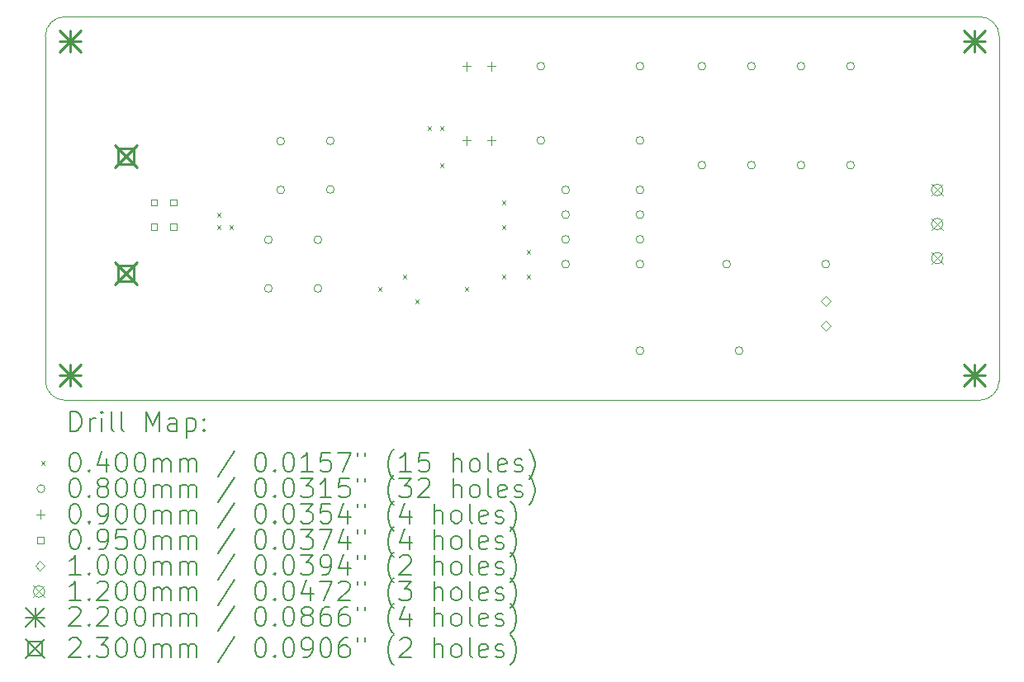
<source format=gbr>
%TF.GenerationSoftware,KiCad,Pcbnew,8.0.0*%
%TF.CreationDate,2024-03-15T14:32:33+09:00*%
%TF.ProjectId,RS485_Converter,52533438-355f-4436-9f6e-766572746572,1.0*%
%TF.SameCoordinates,Original*%
%TF.FileFunction,Drillmap*%
%TF.FilePolarity,Positive*%
%FSLAX45Y45*%
G04 Gerber Fmt 4.5, Leading zero omitted, Abs format (unit mm)*
G04 Created by KiCad (PCBNEW 8.0.0) date 2024-03-15 14:32:33*
%MOMM*%
%LPD*%
G01*
G04 APERTURE LIST*
%ADD10C,0.100000*%
%ADD11C,0.200000*%
%ADD12C,0.120000*%
%ADD13C,0.220000*%
%ADD14C,0.230000*%
G04 APERTURE END LIST*
D10*
X19050000Y-7947000D02*
X19050000Y-11484000D01*
X18850000Y-7747000D02*
G75*
G02*
X19050000Y-7947000I0J-200000D01*
G01*
X9471000Y-11684000D02*
G75*
G02*
X9271000Y-11484000I0J200000D01*
G01*
X9471000Y-7747000D02*
X18850000Y-7747000D01*
X19050000Y-11484000D02*
G75*
G02*
X18850000Y-11684000I-200000J0D01*
G01*
X18850000Y-11684000D02*
X9471000Y-11684000D01*
X9271000Y-11484000D02*
X9271000Y-7947000D01*
X9271000Y-7947000D02*
G75*
G02*
X9471000Y-7747000I200000J0D01*
G01*
D11*
D10*
X11029000Y-9759000D02*
X11069000Y-9799000D01*
X11069000Y-9759000D02*
X11029000Y-9799000D01*
X11029000Y-9886000D02*
X11069000Y-9926000D01*
X11069000Y-9886000D02*
X11029000Y-9926000D01*
X11156000Y-9886000D02*
X11196000Y-9926000D01*
X11196000Y-9886000D02*
X11156000Y-9926000D01*
X12680000Y-10521000D02*
X12720000Y-10561000D01*
X12720000Y-10521000D02*
X12680000Y-10561000D01*
X12934000Y-10394000D02*
X12974000Y-10434000D01*
X12974000Y-10394000D02*
X12934000Y-10434000D01*
X13061000Y-10648000D02*
X13101000Y-10688000D01*
X13101000Y-10648000D02*
X13061000Y-10688000D01*
X13188000Y-8870000D02*
X13228000Y-8910000D01*
X13228000Y-8870000D02*
X13188000Y-8910000D01*
X13315000Y-8870000D02*
X13355000Y-8910000D01*
X13355000Y-8870000D02*
X13315000Y-8910000D01*
X13315000Y-9251000D02*
X13355000Y-9291000D01*
X13355000Y-9251000D02*
X13315000Y-9291000D01*
X13569000Y-10521000D02*
X13609000Y-10561000D01*
X13609000Y-10521000D02*
X13569000Y-10561000D01*
X13950000Y-9632000D02*
X13990000Y-9672000D01*
X13990000Y-9632000D02*
X13950000Y-9672000D01*
X13950000Y-9886000D02*
X13990000Y-9926000D01*
X13990000Y-9886000D02*
X13950000Y-9926000D01*
X13950000Y-10394000D02*
X13990000Y-10434000D01*
X13990000Y-10394000D02*
X13950000Y-10434000D01*
X14204000Y-10140000D02*
X14244000Y-10180000D01*
X14244000Y-10140000D02*
X14204000Y-10180000D01*
X14204000Y-10394000D02*
X14244000Y-10434000D01*
X14244000Y-10394000D02*
X14204000Y-10434000D01*
X11597000Y-10037000D02*
G75*
G02*
X11517000Y-10037000I-40000J0D01*
G01*
X11517000Y-10037000D02*
G75*
G02*
X11597000Y-10037000I40000J0D01*
G01*
X11597000Y-10537000D02*
G75*
G02*
X11517000Y-10537000I-40000J0D01*
G01*
X11517000Y-10537000D02*
G75*
G02*
X11597000Y-10537000I40000J0D01*
G01*
X11724000Y-9025000D02*
G75*
G02*
X11644000Y-9025000I-40000J0D01*
G01*
X11644000Y-9025000D02*
G75*
G02*
X11724000Y-9025000I40000J0D01*
G01*
X11724000Y-9525000D02*
G75*
G02*
X11644000Y-9525000I-40000J0D01*
G01*
X11644000Y-9525000D02*
G75*
G02*
X11724000Y-9525000I40000J0D01*
G01*
X12105000Y-10037000D02*
G75*
G02*
X12025000Y-10037000I-40000J0D01*
G01*
X12025000Y-10037000D02*
G75*
G02*
X12105000Y-10037000I40000J0D01*
G01*
X12105000Y-10537000D02*
G75*
G02*
X12025000Y-10537000I-40000J0D01*
G01*
X12025000Y-10537000D02*
G75*
G02*
X12105000Y-10537000I40000J0D01*
G01*
X12232000Y-9021000D02*
G75*
G02*
X12152000Y-9021000I-40000J0D01*
G01*
X12152000Y-9021000D02*
G75*
G02*
X12232000Y-9021000I40000J0D01*
G01*
X12232000Y-9521000D02*
G75*
G02*
X12152000Y-9521000I-40000J0D01*
G01*
X12152000Y-9521000D02*
G75*
G02*
X12232000Y-9521000I40000J0D01*
G01*
X14391000Y-8255000D02*
G75*
G02*
X14311000Y-8255000I-40000J0D01*
G01*
X14311000Y-8255000D02*
G75*
G02*
X14391000Y-8255000I40000J0D01*
G01*
X14391000Y-9017000D02*
G75*
G02*
X14311000Y-9017000I-40000J0D01*
G01*
X14311000Y-9017000D02*
G75*
G02*
X14391000Y-9017000I40000J0D01*
G01*
X14645000Y-9525000D02*
G75*
G02*
X14565000Y-9525000I-40000J0D01*
G01*
X14565000Y-9525000D02*
G75*
G02*
X14645000Y-9525000I40000J0D01*
G01*
X14645000Y-9779000D02*
G75*
G02*
X14565000Y-9779000I-40000J0D01*
G01*
X14565000Y-9779000D02*
G75*
G02*
X14645000Y-9779000I40000J0D01*
G01*
X14645000Y-10033000D02*
G75*
G02*
X14565000Y-10033000I-40000J0D01*
G01*
X14565000Y-10033000D02*
G75*
G02*
X14645000Y-10033000I40000J0D01*
G01*
X14645000Y-10287000D02*
G75*
G02*
X14565000Y-10287000I-40000J0D01*
G01*
X14565000Y-10287000D02*
G75*
G02*
X14645000Y-10287000I40000J0D01*
G01*
X15407000Y-8255000D02*
G75*
G02*
X15327000Y-8255000I-40000J0D01*
G01*
X15327000Y-8255000D02*
G75*
G02*
X15407000Y-8255000I40000J0D01*
G01*
X15407000Y-9017000D02*
G75*
G02*
X15327000Y-9017000I-40000J0D01*
G01*
X15327000Y-9017000D02*
G75*
G02*
X15407000Y-9017000I40000J0D01*
G01*
X15407000Y-9525000D02*
G75*
G02*
X15327000Y-9525000I-40000J0D01*
G01*
X15327000Y-9525000D02*
G75*
G02*
X15407000Y-9525000I40000J0D01*
G01*
X15407000Y-9779000D02*
G75*
G02*
X15327000Y-9779000I-40000J0D01*
G01*
X15327000Y-9779000D02*
G75*
G02*
X15407000Y-9779000I40000J0D01*
G01*
X15407000Y-10033000D02*
G75*
G02*
X15327000Y-10033000I-40000J0D01*
G01*
X15327000Y-10033000D02*
G75*
G02*
X15407000Y-10033000I40000J0D01*
G01*
X15407000Y-10287000D02*
G75*
G02*
X15327000Y-10287000I-40000J0D01*
G01*
X15327000Y-10287000D02*
G75*
G02*
X15407000Y-10287000I40000J0D01*
G01*
X15407000Y-11176000D02*
G75*
G02*
X15327000Y-11176000I-40000J0D01*
G01*
X15327000Y-11176000D02*
G75*
G02*
X15407000Y-11176000I40000J0D01*
G01*
X16042000Y-8255000D02*
G75*
G02*
X15962000Y-8255000I-40000J0D01*
G01*
X15962000Y-8255000D02*
G75*
G02*
X16042000Y-8255000I40000J0D01*
G01*
X16042000Y-9271000D02*
G75*
G02*
X15962000Y-9271000I-40000J0D01*
G01*
X15962000Y-9271000D02*
G75*
G02*
X16042000Y-9271000I40000J0D01*
G01*
X16296000Y-10287000D02*
G75*
G02*
X16216000Y-10287000I-40000J0D01*
G01*
X16216000Y-10287000D02*
G75*
G02*
X16296000Y-10287000I40000J0D01*
G01*
X16423000Y-11176000D02*
G75*
G02*
X16343000Y-11176000I-40000J0D01*
G01*
X16343000Y-11176000D02*
G75*
G02*
X16423000Y-11176000I40000J0D01*
G01*
X16550000Y-8255000D02*
G75*
G02*
X16470000Y-8255000I-40000J0D01*
G01*
X16470000Y-8255000D02*
G75*
G02*
X16550000Y-8255000I40000J0D01*
G01*
X16550000Y-9271000D02*
G75*
G02*
X16470000Y-9271000I-40000J0D01*
G01*
X16470000Y-9271000D02*
G75*
G02*
X16550000Y-9271000I40000J0D01*
G01*
X17058000Y-8255000D02*
G75*
G02*
X16978000Y-8255000I-40000J0D01*
G01*
X16978000Y-8255000D02*
G75*
G02*
X17058000Y-8255000I40000J0D01*
G01*
X17058000Y-9271000D02*
G75*
G02*
X16978000Y-9271000I-40000J0D01*
G01*
X16978000Y-9271000D02*
G75*
G02*
X17058000Y-9271000I40000J0D01*
G01*
X17312000Y-10287000D02*
G75*
G02*
X17232000Y-10287000I-40000J0D01*
G01*
X17232000Y-10287000D02*
G75*
G02*
X17312000Y-10287000I40000J0D01*
G01*
X17566000Y-8255000D02*
G75*
G02*
X17486000Y-8255000I-40000J0D01*
G01*
X17486000Y-8255000D02*
G75*
G02*
X17566000Y-8255000I40000J0D01*
G01*
X17566000Y-9271000D02*
G75*
G02*
X17486000Y-9271000I-40000J0D01*
G01*
X17486000Y-9271000D02*
G75*
G02*
X17566000Y-9271000I40000J0D01*
G01*
X13589000Y-8210000D02*
X13589000Y-8300000D01*
X13544000Y-8255000D02*
X13634000Y-8255000D01*
X13589000Y-8972000D02*
X13589000Y-9062000D01*
X13544000Y-9017000D02*
X13634000Y-9017000D01*
X13843000Y-8210000D02*
X13843000Y-8300000D01*
X13798000Y-8255000D02*
X13888000Y-8255000D01*
X13843000Y-8972000D02*
X13843000Y-9062000D01*
X13798000Y-9017000D02*
X13888000Y-9017000D01*
X10418338Y-9687588D02*
X10418338Y-9620412D01*
X10351162Y-9620412D01*
X10351162Y-9687588D01*
X10418338Y-9687588D01*
X10418338Y-9937588D02*
X10418338Y-9870412D01*
X10351162Y-9870412D01*
X10351162Y-9937588D01*
X10418338Y-9937588D01*
X10618338Y-9687588D02*
X10618338Y-9620412D01*
X10551162Y-9620412D01*
X10551162Y-9687588D01*
X10618338Y-9687588D01*
X10618338Y-9937588D02*
X10618338Y-9870412D01*
X10551162Y-9870412D01*
X10551162Y-9937588D01*
X10618338Y-9937588D01*
X17272000Y-10718000D02*
X17322000Y-10668000D01*
X17272000Y-10618000D01*
X17222000Y-10668000D01*
X17272000Y-10718000D01*
X17272000Y-10972000D02*
X17322000Y-10922000D01*
X17272000Y-10872000D01*
X17222000Y-10922000D01*
X17272000Y-10972000D01*
D12*
X18355000Y-9465000D02*
X18475000Y-9585000D01*
X18475000Y-9465000D02*
X18355000Y-9585000D01*
X18475000Y-9525000D02*
G75*
G02*
X18355000Y-9525000I-60000J0D01*
G01*
X18355000Y-9525000D02*
G75*
G02*
X18475000Y-9525000I60000J0D01*
G01*
X18355000Y-9815000D02*
X18475000Y-9935000D01*
X18475000Y-9815000D02*
X18355000Y-9935000D01*
X18475000Y-9875000D02*
G75*
G02*
X18355000Y-9875000I-60000J0D01*
G01*
X18355000Y-9875000D02*
G75*
G02*
X18475000Y-9875000I60000J0D01*
G01*
X18355000Y-10165000D02*
X18475000Y-10285000D01*
X18475000Y-10165000D02*
X18355000Y-10285000D01*
X18475000Y-10225000D02*
G75*
G02*
X18355000Y-10225000I-60000J0D01*
G01*
X18355000Y-10225000D02*
G75*
G02*
X18475000Y-10225000I60000J0D01*
G01*
D13*
X9415000Y-7891000D02*
X9635000Y-8111000D01*
X9635000Y-7891000D02*
X9415000Y-8111000D01*
X9525000Y-7891000D02*
X9525000Y-8111000D01*
X9415000Y-8001000D02*
X9635000Y-8001000D01*
X9415000Y-11320000D02*
X9635000Y-11540000D01*
X9635000Y-11320000D02*
X9415000Y-11540000D01*
X9525000Y-11320000D02*
X9525000Y-11540000D01*
X9415000Y-11430000D02*
X9635000Y-11430000D01*
X18686000Y-7891000D02*
X18906000Y-8111000D01*
X18906000Y-7891000D02*
X18686000Y-8111000D01*
X18796000Y-7891000D02*
X18796000Y-8111000D01*
X18686000Y-8001000D02*
X18906000Y-8001000D01*
X18686000Y-11320000D02*
X18906000Y-11540000D01*
X18906000Y-11320000D02*
X18686000Y-11540000D01*
X18796000Y-11320000D02*
X18796000Y-11540000D01*
X18686000Y-11430000D02*
X18906000Y-11430000D01*
D14*
X9983750Y-9064000D02*
X10213750Y-9294000D01*
X10213750Y-9064000D02*
X9983750Y-9294000D01*
X10180068Y-9260318D02*
X10180068Y-9097682D01*
X10017432Y-9097682D01*
X10017432Y-9260318D01*
X10180068Y-9260318D01*
X9983750Y-10264000D02*
X10213750Y-10494000D01*
X10213750Y-10264000D02*
X9983750Y-10494000D01*
X10180068Y-10460318D02*
X10180068Y-10297682D01*
X10017432Y-10297682D01*
X10017432Y-10460318D01*
X10180068Y-10460318D01*
D11*
X9526777Y-12000484D02*
X9526777Y-11800484D01*
X9526777Y-11800484D02*
X9574396Y-11800484D01*
X9574396Y-11800484D02*
X9602967Y-11810008D01*
X9602967Y-11810008D02*
X9622015Y-11829055D01*
X9622015Y-11829055D02*
X9631539Y-11848103D01*
X9631539Y-11848103D02*
X9641063Y-11886198D01*
X9641063Y-11886198D02*
X9641063Y-11914769D01*
X9641063Y-11914769D02*
X9631539Y-11952865D01*
X9631539Y-11952865D02*
X9622015Y-11971912D01*
X9622015Y-11971912D02*
X9602967Y-11990960D01*
X9602967Y-11990960D02*
X9574396Y-12000484D01*
X9574396Y-12000484D02*
X9526777Y-12000484D01*
X9726777Y-12000484D02*
X9726777Y-11867150D01*
X9726777Y-11905246D02*
X9736301Y-11886198D01*
X9736301Y-11886198D02*
X9745824Y-11876674D01*
X9745824Y-11876674D02*
X9764872Y-11867150D01*
X9764872Y-11867150D02*
X9783920Y-11867150D01*
X9850586Y-12000484D02*
X9850586Y-11867150D01*
X9850586Y-11800484D02*
X9841063Y-11810008D01*
X9841063Y-11810008D02*
X9850586Y-11819531D01*
X9850586Y-11819531D02*
X9860110Y-11810008D01*
X9860110Y-11810008D02*
X9850586Y-11800484D01*
X9850586Y-11800484D02*
X9850586Y-11819531D01*
X9974396Y-12000484D02*
X9955348Y-11990960D01*
X9955348Y-11990960D02*
X9945824Y-11971912D01*
X9945824Y-11971912D02*
X9945824Y-11800484D01*
X10079158Y-12000484D02*
X10060110Y-11990960D01*
X10060110Y-11990960D02*
X10050586Y-11971912D01*
X10050586Y-11971912D02*
X10050586Y-11800484D01*
X10307729Y-12000484D02*
X10307729Y-11800484D01*
X10307729Y-11800484D02*
X10374396Y-11943341D01*
X10374396Y-11943341D02*
X10441063Y-11800484D01*
X10441063Y-11800484D02*
X10441063Y-12000484D01*
X10622015Y-12000484D02*
X10622015Y-11895722D01*
X10622015Y-11895722D02*
X10612491Y-11876674D01*
X10612491Y-11876674D02*
X10593444Y-11867150D01*
X10593444Y-11867150D02*
X10555348Y-11867150D01*
X10555348Y-11867150D02*
X10536301Y-11876674D01*
X10622015Y-11990960D02*
X10602967Y-12000484D01*
X10602967Y-12000484D02*
X10555348Y-12000484D01*
X10555348Y-12000484D02*
X10536301Y-11990960D01*
X10536301Y-11990960D02*
X10526777Y-11971912D01*
X10526777Y-11971912D02*
X10526777Y-11952865D01*
X10526777Y-11952865D02*
X10536301Y-11933817D01*
X10536301Y-11933817D02*
X10555348Y-11924293D01*
X10555348Y-11924293D02*
X10602967Y-11924293D01*
X10602967Y-11924293D02*
X10622015Y-11914769D01*
X10717253Y-11867150D02*
X10717253Y-12067150D01*
X10717253Y-11876674D02*
X10736301Y-11867150D01*
X10736301Y-11867150D02*
X10774396Y-11867150D01*
X10774396Y-11867150D02*
X10793444Y-11876674D01*
X10793444Y-11876674D02*
X10802967Y-11886198D01*
X10802967Y-11886198D02*
X10812491Y-11905246D01*
X10812491Y-11905246D02*
X10812491Y-11962388D01*
X10812491Y-11962388D02*
X10802967Y-11981436D01*
X10802967Y-11981436D02*
X10793444Y-11990960D01*
X10793444Y-11990960D02*
X10774396Y-12000484D01*
X10774396Y-12000484D02*
X10736301Y-12000484D01*
X10736301Y-12000484D02*
X10717253Y-11990960D01*
X10898205Y-11981436D02*
X10907729Y-11990960D01*
X10907729Y-11990960D02*
X10898205Y-12000484D01*
X10898205Y-12000484D02*
X10888682Y-11990960D01*
X10888682Y-11990960D02*
X10898205Y-11981436D01*
X10898205Y-11981436D02*
X10898205Y-12000484D01*
X10898205Y-11876674D02*
X10907729Y-11886198D01*
X10907729Y-11886198D02*
X10898205Y-11895722D01*
X10898205Y-11895722D02*
X10888682Y-11886198D01*
X10888682Y-11886198D02*
X10898205Y-11876674D01*
X10898205Y-11876674D02*
X10898205Y-11895722D01*
D10*
X9226000Y-12309000D02*
X9266000Y-12349000D01*
X9266000Y-12309000D02*
X9226000Y-12349000D01*
D11*
X9564872Y-12220484D02*
X9583920Y-12220484D01*
X9583920Y-12220484D02*
X9602967Y-12230008D01*
X9602967Y-12230008D02*
X9612491Y-12239531D01*
X9612491Y-12239531D02*
X9622015Y-12258579D01*
X9622015Y-12258579D02*
X9631539Y-12296674D01*
X9631539Y-12296674D02*
X9631539Y-12344293D01*
X9631539Y-12344293D02*
X9622015Y-12382388D01*
X9622015Y-12382388D02*
X9612491Y-12401436D01*
X9612491Y-12401436D02*
X9602967Y-12410960D01*
X9602967Y-12410960D02*
X9583920Y-12420484D01*
X9583920Y-12420484D02*
X9564872Y-12420484D01*
X9564872Y-12420484D02*
X9545824Y-12410960D01*
X9545824Y-12410960D02*
X9536301Y-12401436D01*
X9536301Y-12401436D02*
X9526777Y-12382388D01*
X9526777Y-12382388D02*
X9517253Y-12344293D01*
X9517253Y-12344293D02*
X9517253Y-12296674D01*
X9517253Y-12296674D02*
X9526777Y-12258579D01*
X9526777Y-12258579D02*
X9536301Y-12239531D01*
X9536301Y-12239531D02*
X9545824Y-12230008D01*
X9545824Y-12230008D02*
X9564872Y-12220484D01*
X9717253Y-12401436D02*
X9726777Y-12410960D01*
X9726777Y-12410960D02*
X9717253Y-12420484D01*
X9717253Y-12420484D02*
X9707729Y-12410960D01*
X9707729Y-12410960D02*
X9717253Y-12401436D01*
X9717253Y-12401436D02*
X9717253Y-12420484D01*
X9898205Y-12287150D02*
X9898205Y-12420484D01*
X9850586Y-12210960D02*
X9802967Y-12353817D01*
X9802967Y-12353817D02*
X9926777Y-12353817D01*
X10041063Y-12220484D02*
X10060110Y-12220484D01*
X10060110Y-12220484D02*
X10079158Y-12230008D01*
X10079158Y-12230008D02*
X10088682Y-12239531D01*
X10088682Y-12239531D02*
X10098205Y-12258579D01*
X10098205Y-12258579D02*
X10107729Y-12296674D01*
X10107729Y-12296674D02*
X10107729Y-12344293D01*
X10107729Y-12344293D02*
X10098205Y-12382388D01*
X10098205Y-12382388D02*
X10088682Y-12401436D01*
X10088682Y-12401436D02*
X10079158Y-12410960D01*
X10079158Y-12410960D02*
X10060110Y-12420484D01*
X10060110Y-12420484D02*
X10041063Y-12420484D01*
X10041063Y-12420484D02*
X10022015Y-12410960D01*
X10022015Y-12410960D02*
X10012491Y-12401436D01*
X10012491Y-12401436D02*
X10002967Y-12382388D01*
X10002967Y-12382388D02*
X9993444Y-12344293D01*
X9993444Y-12344293D02*
X9993444Y-12296674D01*
X9993444Y-12296674D02*
X10002967Y-12258579D01*
X10002967Y-12258579D02*
X10012491Y-12239531D01*
X10012491Y-12239531D02*
X10022015Y-12230008D01*
X10022015Y-12230008D02*
X10041063Y-12220484D01*
X10231539Y-12220484D02*
X10250586Y-12220484D01*
X10250586Y-12220484D02*
X10269634Y-12230008D01*
X10269634Y-12230008D02*
X10279158Y-12239531D01*
X10279158Y-12239531D02*
X10288682Y-12258579D01*
X10288682Y-12258579D02*
X10298205Y-12296674D01*
X10298205Y-12296674D02*
X10298205Y-12344293D01*
X10298205Y-12344293D02*
X10288682Y-12382388D01*
X10288682Y-12382388D02*
X10279158Y-12401436D01*
X10279158Y-12401436D02*
X10269634Y-12410960D01*
X10269634Y-12410960D02*
X10250586Y-12420484D01*
X10250586Y-12420484D02*
X10231539Y-12420484D01*
X10231539Y-12420484D02*
X10212491Y-12410960D01*
X10212491Y-12410960D02*
X10202967Y-12401436D01*
X10202967Y-12401436D02*
X10193444Y-12382388D01*
X10193444Y-12382388D02*
X10183920Y-12344293D01*
X10183920Y-12344293D02*
X10183920Y-12296674D01*
X10183920Y-12296674D02*
X10193444Y-12258579D01*
X10193444Y-12258579D02*
X10202967Y-12239531D01*
X10202967Y-12239531D02*
X10212491Y-12230008D01*
X10212491Y-12230008D02*
X10231539Y-12220484D01*
X10383920Y-12420484D02*
X10383920Y-12287150D01*
X10383920Y-12306198D02*
X10393444Y-12296674D01*
X10393444Y-12296674D02*
X10412491Y-12287150D01*
X10412491Y-12287150D02*
X10441063Y-12287150D01*
X10441063Y-12287150D02*
X10460110Y-12296674D01*
X10460110Y-12296674D02*
X10469634Y-12315722D01*
X10469634Y-12315722D02*
X10469634Y-12420484D01*
X10469634Y-12315722D02*
X10479158Y-12296674D01*
X10479158Y-12296674D02*
X10498205Y-12287150D01*
X10498205Y-12287150D02*
X10526777Y-12287150D01*
X10526777Y-12287150D02*
X10545825Y-12296674D01*
X10545825Y-12296674D02*
X10555348Y-12315722D01*
X10555348Y-12315722D02*
X10555348Y-12420484D01*
X10650586Y-12420484D02*
X10650586Y-12287150D01*
X10650586Y-12306198D02*
X10660110Y-12296674D01*
X10660110Y-12296674D02*
X10679158Y-12287150D01*
X10679158Y-12287150D02*
X10707729Y-12287150D01*
X10707729Y-12287150D02*
X10726777Y-12296674D01*
X10726777Y-12296674D02*
X10736301Y-12315722D01*
X10736301Y-12315722D02*
X10736301Y-12420484D01*
X10736301Y-12315722D02*
X10745825Y-12296674D01*
X10745825Y-12296674D02*
X10764872Y-12287150D01*
X10764872Y-12287150D02*
X10793444Y-12287150D01*
X10793444Y-12287150D02*
X10812491Y-12296674D01*
X10812491Y-12296674D02*
X10822015Y-12315722D01*
X10822015Y-12315722D02*
X10822015Y-12420484D01*
X11212491Y-12210960D02*
X11041063Y-12468103D01*
X11469634Y-12220484D02*
X11488682Y-12220484D01*
X11488682Y-12220484D02*
X11507729Y-12230008D01*
X11507729Y-12230008D02*
X11517253Y-12239531D01*
X11517253Y-12239531D02*
X11526777Y-12258579D01*
X11526777Y-12258579D02*
X11536301Y-12296674D01*
X11536301Y-12296674D02*
X11536301Y-12344293D01*
X11536301Y-12344293D02*
X11526777Y-12382388D01*
X11526777Y-12382388D02*
X11517253Y-12401436D01*
X11517253Y-12401436D02*
X11507729Y-12410960D01*
X11507729Y-12410960D02*
X11488682Y-12420484D01*
X11488682Y-12420484D02*
X11469634Y-12420484D01*
X11469634Y-12420484D02*
X11450586Y-12410960D01*
X11450586Y-12410960D02*
X11441063Y-12401436D01*
X11441063Y-12401436D02*
X11431539Y-12382388D01*
X11431539Y-12382388D02*
X11422015Y-12344293D01*
X11422015Y-12344293D02*
X11422015Y-12296674D01*
X11422015Y-12296674D02*
X11431539Y-12258579D01*
X11431539Y-12258579D02*
X11441063Y-12239531D01*
X11441063Y-12239531D02*
X11450586Y-12230008D01*
X11450586Y-12230008D02*
X11469634Y-12220484D01*
X11622015Y-12401436D02*
X11631539Y-12410960D01*
X11631539Y-12410960D02*
X11622015Y-12420484D01*
X11622015Y-12420484D02*
X11612491Y-12410960D01*
X11612491Y-12410960D02*
X11622015Y-12401436D01*
X11622015Y-12401436D02*
X11622015Y-12420484D01*
X11755348Y-12220484D02*
X11774396Y-12220484D01*
X11774396Y-12220484D02*
X11793444Y-12230008D01*
X11793444Y-12230008D02*
X11802967Y-12239531D01*
X11802967Y-12239531D02*
X11812491Y-12258579D01*
X11812491Y-12258579D02*
X11822015Y-12296674D01*
X11822015Y-12296674D02*
X11822015Y-12344293D01*
X11822015Y-12344293D02*
X11812491Y-12382388D01*
X11812491Y-12382388D02*
X11802967Y-12401436D01*
X11802967Y-12401436D02*
X11793444Y-12410960D01*
X11793444Y-12410960D02*
X11774396Y-12420484D01*
X11774396Y-12420484D02*
X11755348Y-12420484D01*
X11755348Y-12420484D02*
X11736301Y-12410960D01*
X11736301Y-12410960D02*
X11726777Y-12401436D01*
X11726777Y-12401436D02*
X11717253Y-12382388D01*
X11717253Y-12382388D02*
X11707729Y-12344293D01*
X11707729Y-12344293D02*
X11707729Y-12296674D01*
X11707729Y-12296674D02*
X11717253Y-12258579D01*
X11717253Y-12258579D02*
X11726777Y-12239531D01*
X11726777Y-12239531D02*
X11736301Y-12230008D01*
X11736301Y-12230008D02*
X11755348Y-12220484D01*
X12012491Y-12420484D02*
X11898206Y-12420484D01*
X11955348Y-12420484D02*
X11955348Y-12220484D01*
X11955348Y-12220484D02*
X11936301Y-12249055D01*
X11936301Y-12249055D02*
X11917253Y-12268103D01*
X11917253Y-12268103D02*
X11898206Y-12277627D01*
X12193444Y-12220484D02*
X12098206Y-12220484D01*
X12098206Y-12220484D02*
X12088682Y-12315722D01*
X12088682Y-12315722D02*
X12098206Y-12306198D01*
X12098206Y-12306198D02*
X12117253Y-12296674D01*
X12117253Y-12296674D02*
X12164872Y-12296674D01*
X12164872Y-12296674D02*
X12183920Y-12306198D01*
X12183920Y-12306198D02*
X12193444Y-12315722D01*
X12193444Y-12315722D02*
X12202967Y-12334769D01*
X12202967Y-12334769D02*
X12202967Y-12382388D01*
X12202967Y-12382388D02*
X12193444Y-12401436D01*
X12193444Y-12401436D02*
X12183920Y-12410960D01*
X12183920Y-12410960D02*
X12164872Y-12420484D01*
X12164872Y-12420484D02*
X12117253Y-12420484D01*
X12117253Y-12420484D02*
X12098206Y-12410960D01*
X12098206Y-12410960D02*
X12088682Y-12401436D01*
X12269634Y-12220484D02*
X12402967Y-12220484D01*
X12402967Y-12220484D02*
X12317253Y-12420484D01*
X12469634Y-12220484D02*
X12469634Y-12258579D01*
X12545825Y-12220484D02*
X12545825Y-12258579D01*
X12841063Y-12496674D02*
X12831539Y-12487150D01*
X12831539Y-12487150D02*
X12812491Y-12458579D01*
X12812491Y-12458579D02*
X12802968Y-12439531D01*
X12802968Y-12439531D02*
X12793444Y-12410960D01*
X12793444Y-12410960D02*
X12783920Y-12363341D01*
X12783920Y-12363341D02*
X12783920Y-12325246D01*
X12783920Y-12325246D02*
X12793444Y-12277627D01*
X12793444Y-12277627D02*
X12802968Y-12249055D01*
X12802968Y-12249055D02*
X12812491Y-12230008D01*
X12812491Y-12230008D02*
X12831539Y-12201436D01*
X12831539Y-12201436D02*
X12841063Y-12191912D01*
X13022015Y-12420484D02*
X12907729Y-12420484D01*
X12964872Y-12420484D02*
X12964872Y-12220484D01*
X12964872Y-12220484D02*
X12945825Y-12249055D01*
X12945825Y-12249055D02*
X12926777Y-12268103D01*
X12926777Y-12268103D02*
X12907729Y-12277627D01*
X13202968Y-12220484D02*
X13107729Y-12220484D01*
X13107729Y-12220484D02*
X13098206Y-12315722D01*
X13098206Y-12315722D02*
X13107729Y-12306198D01*
X13107729Y-12306198D02*
X13126777Y-12296674D01*
X13126777Y-12296674D02*
X13174396Y-12296674D01*
X13174396Y-12296674D02*
X13193444Y-12306198D01*
X13193444Y-12306198D02*
X13202968Y-12315722D01*
X13202968Y-12315722D02*
X13212491Y-12334769D01*
X13212491Y-12334769D02*
X13212491Y-12382388D01*
X13212491Y-12382388D02*
X13202968Y-12401436D01*
X13202968Y-12401436D02*
X13193444Y-12410960D01*
X13193444Y-12410960D02*
X13174396Y-12420484D01*
X13174396Y-12420484D02*
X13126777Y-12420484D01*
X13126777Y-12420484D02*
X13107729Y-12410960D01*
X13107729Y-12410960D02*
X13098206Y-12401436D01*
X13450587Y-12420484D02*
X13450587Y-12220484D01*
X13536301Y-12420484D02*
X13536301Y-12315722D01*
X13536301Y-12315722D02*
X13526777Y-12296674D01*
X13526777Y-12296674D02*
X13507730Y-12287150D01*
X13507730Y-12287150D02*
X13479158Y-12287150D01*
X13479158Y-12287150D02*
X13460110Y-12296674D01*
X13460110Y-12296674D02*
X13450587Y-12306198D01*
X13660110Y-12420484D02*
X13641063Y-12410960D01*
X13641063Y-12410960D02*
X13631539Y-12401436D01*
X13631539Y-12401436D02*
X13622015Y-12382388D01*
X13622015Y-12382388D02*
X13622015Y-12325246D01*
X13622015Y-12325246D02*
X13631539Y-12306198D01*
X13631539Y-12306198D02*
X13641063Y-12296674D01*
X13641063Y-12296674D02*
X13660110Y-12287150D01*
X13660110Y-12287150D02*
X13688682Y-12287150D01*
X13688682Y-12287150D02*
X13707730Y-12296674D01*
X13707730Y-12296674D02*
X13717253Y-12306198D01*
X13717253Y-12306198D02*
X13726777Y-12325246D01*
X13726777Y-12325246D02*
X13726777Y-12382388D01*
X13726777Y-12382388D02*
X13717253Y-12401436D01*
X13717253Y-12401436D02*
X13707730Y-12410960D01*
X13707730Y-12410960D02*
X13688682Y-12420484D01*
X13688682Y-12420484D02*
X13660110Y-12420484D01*
X13841063Y-12420484D02*
X13822015Y-12410960D01*
X13822015Y-12410960D02*
X13812491Y-12391912D01*
X13812491Y-12391912D02*
X13812491Y-12220484D01*
X13993444Y-12410960D02*
X13974396Y-12420484D01*
X13974396Y-12420484D02*
X13936301Y-12420484D01*
X13936301Y-12420484D02*
X13917253Y-12410960D01*
X13917253Y-12410960D02*
X13907730Y-12391912D01*
X13907730Y-12391912D02*
X13907730Y-12315722D01*
X13907730Y-12315722D02*
X13917253Y-12296674D01*
X13917253Y-12296674D02*
X13936301Y-12287150D01*
X13936301Y-12287150D02*
X13974396Y-12287150D01*
X13974396Y-12287150D02*
X13993444Y-12296674D01*
X13993444Y-12296674D02*
X14002968Y-12315722D01*
X14002968Y-12315722D02*
X14002968Y-12334769D01*
X14002968Y-12334769D02*
X13907730Y-12353817D01*
X14079158Y-12410960D02*
X14098206Y-12420484D01*
X14098206Y-12420484D02*
X14136301Y-12420484D01*
X14136301Y-12420484D02*
X14155349Y-12410960D01*
X14155349Y-12410960D02*
X14164872Y-12391912D01*
X14164872Y-12391912D02*
X14164872Y-12382388D01*
X14164872Y-12382388D02*
X14155349Y-12363341D01*
X14155349Y-12363341D02*
X14136301Y-12353817D01*
X14136301Y-12353817D02*
X14107730Y-12353817D01*
X14107730Y-12353817D02*
X14088682Y-12344293D01*
X14088682Y-12344293D02*
X14079158Y-12325246D01*
X14079158Y-12325246D02*
X14079158Y-12315722D01*
X14079158Y-12315722D02*
X14088682Y-12296674D01*
X14088682Y-12296674D02*
X14107730Y-12287150D01*
X14107730Y-12287150D02*
X14136301Y-12287150D01*
X14136301Y-12287150D02*
X14155349Y-12296674D01*
X14231539Y-12496674D02*
X14241063Y-12487150D01*
X14241063Y-12487150D02*
X14260111Y-12458579D01*
X14260111Y-12458579D02*
X14269634Y-12439531D01*
X14269634Y-12439531D02*
X14279158Y-12410960D01*
X14279158Y-12410960D02*
X14288682Y-12363341D01*
X14288682Y-12363341D02*
X14288682Y-12325246D01*
X14288682Y-12325246D02*
X14279158Y-12277627D01*
X14279158Y-12277627D02*
X14269634Y-12249055D01*
X14269634Y-12249055D02*
X14260111Y-12230008D01*
X14260111Y-12230008D02*
X14241063Y-12201436D01*
X14241063Y-12201436D02*
X14231539Y-12191912D01*
D10*
X9266000Y-12593000D02*
G75*
G02*
X9186000Y-12593000I-40000J0D01*
G01*
X9186000Y-12593000D02*
G75*
G02*
X9266000Y-12593000I40000J0D01*
G01*
D11*
X9564872Y-12484484D02*
X9583920Y-12484484D01*
X9583920Y-12484484D02*
X9602967Y-12494008D01*
X9602967Y-12494008D02*
X9612491Y-12503531D01*
X9612491Y-12503531D02*
X9622015Y-12522579D01*
X9622015Y-12522579D02*
X9631539Y-12560674D01*
X9631539Y-12560674D02*
X9631539Y-12608293D01*
X9631539Y-12608293D02*
X9622015Y-12646388D01*
X9622015Y-12646388D02*
X9612491Y-12665436D01*
X9612491Y-12665436D02*
X9602967Y-12674960D01*
X9602967Y-12674960D02*
X9583920Y-12684484D01*
X9583920Y-12684484D02*
X9564872Y-12684484D01*
X9564872Y-12684484D02*
X9545824Y-12674960D01*
X9545824Y-12674960D02*
X9536301Y-12665436D01*
X9536301Y-12665436D02*
X9526777Y-12646388D01*
X9526777Y-12646388D02*
X9517253Y-12608293D01*
X9517253Y-12608293D02*
X9517253Y-12560674D01*
X9517253Y-12560674D02*
X9526777Y-12522579D01*
X9526777Y-12522579D02*
X9536301Y-12503531D01*
X9536301Y-12503531D02*
X9545824Y-12494008D01*
X9545824Y-12494008D02*
X9564872Y-12484484D01*
X9717253Y-12665436D02*
X9726777Y-12674960D01*
X9726777Y-12674960D02*
X9717253Y-12684484D01*
X9717253Y-12684484D02*
X9707729Y-12674960D01*
X9707729Y-12674960D02*
X9717253Y-12665436D01*
X9717253Y-12665436D02*
X9717253Y-12684484D01*
X9841063Y-12570198D02*
X9822015Y-12560674D01*
X9822015Y-12560674D02*
X9812491Y-12551150D01*
X9812491Y-12551150D02*
X9802967Y-12532103D01*
X9802967Y-12532103D02*
X9802967Y-12522579D01*
X9802967Y-12522579D02*
X9812491Y-12503531D01*
X9812491Y-12503531D02*
X9822015Y-12494008D01*
X9822015Y-12494008D02*
X9841063Y-12484484D01*
X9841063Y-12484484D02*
X9879158Y-12484484D01*
X9879158Y-12484484D02*
X9898205Y-12494008D01*
X9898205Y-12494008D02*
X9907729Y-12503531D01*
X9907729Y-12503531D02*
X9917253Y-12522579D01*
X9917253Y-12522579D02*
X9917253Y-12532103D01*
X9917253Y-12532103D02*
X9907729Y-12551150D01*
X9907729Y-12551150D02*
X9898205Y-12560674D01*
X9898205Y-12560674D02*
X9879158Y-12570198D01*
X9879158Y-12570198D02*
X9841063Y-12570198D01*
X9841063Y-12570198D02*
X9822015Y-12579722D01*
X9822015Y-12579722D02*
X9812491Y-12589246D01*
X9812491Y-12589246D02*
X9802967Y-12608293D01*
X9802967Y-12608293D02*
X9802967Y-12646388D01*
X9802967Y-12646388D02*
X9812491Y-12665436D01*
X9812491Y-12665436D02*
X9822015Y-12674960D01*
X9822015Y-12674960D02*
X9841063Y-12684484D01*
X9841063Y-12684484D02*
X9879158Y-12684484D01*
X9879158Y-12684484D02*
X9898205Y-12674960D01*
X9898205Y-12674960D02*
X9907729Y-12665436D01*
X9907729Y-12665436D02*
X9917253Y-12646388D01*
X9917253Y-12646388D02*
X9917253Y-12608293D01*
X9917253Y-12608293D02*
X9907729Y-12589246D01*
X9907729Y-12589246D02*
X9898205Y-12579722D01*
X9898205Y-12579722D02*
X9879158Y-12570198D01*
X10041063Y-12484484D02*
X10060110Y-12484484D01*
X10060110Y-12484484D02*
X10079158Y-12494008D01*
X10079158Y-12494008D02*
X10088682Y-12503531D01*
X10088682Y-12503531D02*
X10098205Y-12522579D01*
X10098205Y-12522579D02*
X10107729Y-12560674D01*
X10107729Y-12560674D02*
X10107729Y-12608293D01*
X10107729Y-12608293D02*
X10098205Y-12646388D01*
X10098205Y-12646388D02*
X10088682Y-12665436D01*
X10088682Y-12665436D02*
X10079158Y-12674960D01*
X10079158Y-12674960D02*
X10060110Y-12684484D01*
X10060110Y-12684484D02*
X10041063Y-12684484D01*
X10041063Y-12684484D02*
X10022015Y-12674960D01*
X10022015Y-12674960D02*
X10012491Y-12665436D01*
X10012491Y-12665436D02*
X10002967Y-12646388D01*
X10002967Y-12646388D02*
X9993444Y-12608293D01*
X9993444Y-12608293D02*
X9993444Y-12560674D01*
X9993444Y-12560674D02*
X10002967Y-12522579D01*
X10002967Y-12522579D02*
X10012491Y-12503531D01*
X10012491Y-12503531D02*
X10022015Y-12494008D01*
X10022015Y-12494008D02*
X10041063Y-12484484D01*
X10231539Y-12484484D02*
X10250586Y-12484484D01*
X10250586Y-12484484D02*
X10269634Y-12494008D01*
X10269634Y-12494008D02*
X10279158Y-12503531D01*
X10279158Y-12503531D02*
X10288682Y-12522579D01*
X10288682Y-12522579D02*
X10298205Y-12560674D01*
X10298205Y-12560674D02*
X10298205Y-12608293D01*
X10298205Y-12608293D02*
X10288682Y-12646388D01*
X10288682Y-12646388D02*
X10279158Y-12665436D01*
X10279158Y-12665436D02*
X10269634Y-12674960D01*
X10269634Y-12674960D02*
X10250586Y-12684484D01*
X10250586Y-12684484D02*
X10231539Y-12684484D01*
X10231539Y-12684484D02*
X10212491Y-12674960D01*
X10212491Y-12674960D02*
X10202967Y-12665436D01*
X10202967Y-12665436D02*
X10193444Y-12646388D01*
X10193444Y-12646388D02*
X10183920Y-12608293D01*
X10183920Y-12608293D02*
X10183920Y-12560674D01*
X10183920Y-12560674D02*
X10193444Y-12522579D01*
X10193444Y-12522579D02*
X10202967Y-12503531D01*
X10202967Y-12503531D02*
X10212491Y-12494008D01*
X10212491Y-12494008D02*
X10231539Y-12484484D01*
X10383920Y-12684484D02*
X10383920Y-12551150D01*
X10383920Y-12570198D02*
X10393444Y-12560674D01*
X10393444Y-12560674D02*
X10412491Y-12551150D01*
X10412491Y-12551150D02*
X10441063Y-12551150D01*
X10441063Y-12551150D02*
X10460110Y-12560674D01*
X10460110Y-12560674D02*
X10469634Y-12579722D01*
X10469634Y-12579722D02*
X10469634Y-12684484D01*
X10469634Y-12579722D02*
X10479158Y-12560674D01*
X10479158Y-12560674D02*
X10498205Y-12551150D01*
X10498205Y-12551150D02*
X10526777Y-12551150D01*
X10526777Y-12551150D02*
X10545825Y-12560674D01*
X10545825Y-12560674D02*
X10555348Y-12579722D01*
X10555348Y-12579722D02*
X10555348Y-12684484D01*
X10650586Y-12684484D02*
X10650586Y-12551150D01*
X10650586Y-12570198D02*
X10660110Y-12560674D01*
X10660110Y-12560674D02*
X10679158Y-12551150D01*
X10679158Y-12551150D02*
X10707729Y-12551150D01*
X10707729Y-12551150D02*
X10726777Y-12560674D01*
X10726777Y-12560674D02*
X10736301Y-12579722D01*
X10736301Y-12579722D02*
X10736301Y-12684484D01*
X10736301Y-12579722D02*
X10745825Y-12560674D01*
X10745825Y-12560674D02*
X10764872Y-12551150D01*
X10764872Y-12551150D02*
X10793444Y-12551150D01*
X10793444Y-12551150D02*
X10812491Y-12560674D01*
X10812491Y-12560674D02*
X10822015Y-12579722D01*
X10822015Y-12579722D02*
X10822015Y-12684484D01*
X11212491Y-12474960D02*
X11041063Y-12732103D01*
X11469634Y-12484484D02*
X11488682Y-12484484D01*
X11488682Y-12484484D02*
X11507729Y-12494008D01*
X11507729Y-12494008D02*
X11517253Y-12503531D01*
X11517253Y-12503531D02*
X11526777Y-12522579D01*
X11526777Y-12522579D02*
X11536301Y-12560674D01*
X11536301Y-12560674D02*
X11536301Y-12608293D01*
X11536301Y-12608293D02*
X11526777Y-12646388D01*
X11526777Y-12646388D02*
X11517253Y-12665436D01*
X11517253Y-12665436D02*
X11507729Y-12674960D01*
X11507729Y-12674960D02*
X11488682Y-12684484D01*
X11488682Y-12684484D02*
X11469634Y-12684484D01*
X11469634Y-12684484D02*
X11450586Y-12674960D01*
X11450586Y-12674960D02*
X11441063Y-12665436D01*
X11441063Y-12665436D02*
X11431539Y-12646388D01*
X11431539Y-12646388D02*
X11422015Y-12608293D01*
X11422015Y-12608293D02*
X11422015Y-12560674D01*
X11422015Y-12560674D02*
X11431539Y-12522579D01*
X11431539Y-12522579D02*
X11441063Y-12503531D01*
X11441063Y-12503531D02*
X11450586Y-12494008D01*
X11450586Y-12494008D02*
X11469634Y-12484484D01*
X11622015Y-12665436D02*
X11631539Y-12674960D01*
X11631539Y-12674960D02*
X11622015Y-12684484D01*
X11622015Y-12684484D02*
X11612491Y-12674960D01*
X11612491Y-12674960D02*
X11622015Y-12665436D01*
X11622015Y-12665436D02*
X11622015Y-12684484D01*
X11755348Y-12484484D02*
X11774396Y-12484484D01*
X11774396Y-12484484D02*
X11793444Y-12494008D01*
X11793444Y-12494008D02*
X11802967Y-12503531D01*
X11802967Y-12503531D02*
X11812491Y-12522579D01*
X11812491Y-12522579D02*
X11822015Y-12560674D01*
X11822015Y-12560674D02*
X11822015Y-12608293D01*
X11822015Y-12608293D02*
X11812491Y-12646388D01*
X11812491Y-12646388D02*
X11802967Y-12665436D01*
X11802967Y-12665436D02*
X11793444Y-12674960D01*
X11793444Y-12674960D02*
X11774396Y-12684484D01*
X11774396Y-12684484D02*
X11755348Y-12684484D01*
X11755348Y-12684484D02*
X11736301Y-12674960D01*
X11736301Y-12674960D02*
X11726777Y-12665436D01*
X11726777Y-12665436D02*
X11717253Y-12646388D01*
X11717253Y-12646388D02*
X11707729Y-12608293D01*
X11707729Y-12608293D02*
X11707729Y-12560674D01*
X11707729Y-12560674D02*
X11717253Y-12522579D01*
X11717253Y-12522579D02*
X11726777Y-12503531D01*
X11726777Y-12503531D02*
X11736301Y-12494008D01*
X11736301Y-12494008D02*
X11755348Y-12484484D01*
X11888682Y-12484484D02*
X12012491Y-12484484D01*
X12012491Y-12484484D02*
X11945825Y-12560674D01*
X11945825Y-12560674D02*
X11974396Y-12560674D01*
X11974396Y-12560674D02*
X11993444Y-12570198D01*
X11993444Y-12570198D02*
X12002967Y-12579722D01*
X12002967Y-12579722D02*
X12012491Y-12598769D01*
X12012491Y-12598769D02*
X12012491Y-12646388D01*
X12012491Y-12646388D02*
X12002967Y-12665436D01*
X12002967Y-12665436D02*
X11993444Y-12674960D01*
X11993444Y-12674960D02*
X11974396Y-12684484D01*
X11974396Y-12684484D02*
X11917253Y-12684484D01*
X11917253Y-12684484D02*
X11898206Y-12674960D01*
X11898206Y-12674960D02*
X11888682Y-12665436D01*
X12202967Y-12684484D02*
X12088682Y-12684484D01*
X12145825Y-12684484D02*
X12145825Y-12484484D01*
X12145825Y-12484484D02*
X12126777Y-12513055D01*
X12126777Y-12513055D02*
X12107729Y-12532103D01*
X12107729Y-12532103D02*
X12088682Y-12541627D01*
X12383920Y-12484484D02*
X12288682Y-12484484D01*
X12288682Y-12484484D02*
X12279158Y-12579722D01*
X12279158Y-12579722D02*
X12288682Y-12570198D01*
X12288682Y-12570198D02*
X12307729Y-12560674D01*
X12307729Y-12560674D02*
X12355348Y-12560674D01*
X12355348Y-12560674D02*
X12374396Y-12570198D01*
X12374396Y-12570198D02*
X12383920Y-12579722D01*
X12383920Y-12579722D02*
X12393444Y-12598769D01*
X12393444Y-12598769D02*
X12393444Y-12646388D01*
X12393444Y-12646388D02*
X12383920Y-12665436D01*
X12383920Y-12665436D02*
X12374396Y-12674960D01*
X12374396Y-12674960D02*
X12355348Y-12684484D01*
X12355348Y-12684484D02*
X12307729Y-12684484D01*
X12307729Y-12684484D02*
X12288682Y-12674960D01*
X12288682Y-12674960D02*
X12279158Y-12665436D01*
X12469634Y-12484484D02*
X12469634Y-12522579D01*
X12545825Y-12484484D02*
X12545825Y-12522579D01*
X12841063Y-12760674D02*
X12831539Y-12751150D01*
X12831539Y-12751150D02*
X12812491Y-12722579D01*
X12812491Y-12722579D02*
X12802968Y-12703531D01*
X12802968Y-12703531D02*
X12793444Y-12674960D01*
X12793444Y-12674960D02*
X12783920Y-12627341D01*
X12783920Y-12627341D02*
X12783920Y-12589246D01*
X12783920Y-12589246D02*
X12793444Y-12541627D01*
X12793444Y-12541627D02*
X12802968Y-12513055D01*
X12802968Y-12513055D02*
X12812491Y-12494008D01*
X12812491Y-12494008D02*
X12831539Y-12465436D01*
X12831539Y-12465436D02*
X12841063Y-12455912D01*
X12898206Y-12484484D02*
X13022015Y-12484484D01*
X13022015Y-12484484D02*
X12955348Y-12560674D01*
X12955348Y-12560674D02*
X12983920Y-12560674D01*
X12983920Y-12560674D02*
X13002968Y-12570198D01*
X13002968Y-12570198D02*
X13012491Y-12579722D01*
X13012491Y-12579722D02*
X13022015Y-12598769D01*
X13022015Y-12598769D02*
X13022015Y-12646388D01*
X13022015Y-12646388D02*
X13012491Y-12665436D01*
X13012491Y-12665436D02*
X13002968Y-12674960D01*
X13002968Y-12674960D02*
X12983920Y-12684484D01*
X12983920Y-12684484D02*
X12926777Y-12684484D01*
X12926777Y-12684484D02*
X12907729Y-12674960D01*
X12907729Y-12674960D02*
X12898206Y-12665436D01*
X13098206Y-12503531D02*
X13107729Y-12494008D01*
X13107729Y-12494008D02*
X13126777Y-12484484D01*
X13126777Y-12484484D02*
X13174396Y-12484484D01*
X13174396Y-12484484D02*
X13193444Y-12494008D01*
X13193444Y-12494008D02*
X13202968Y-12503531D01*
X13202968Y-12503531D02*
X13212491Y-12522579D01*
X13212491Y-12522579D02*
X13212491Y-12541627D01*
X13212491Y-12541627D02*
X13202968Y-12570198D01*
X13202968Y-12570198D02*
X13088682Y-12684484D01*
X13088682Y-12684484D02*
X13212491Y-12684484D01*
X13450587Y-12684484D02*
X13450587Y-12484484D01*
X13536301Y-12684484D02*
X13536301Y-12579722D01*
X13536301Y-12579722D02*
X13526777Y-12560674D01*
X13526777Y-12560674D02*
X13507730Y-12551150D01*
X13507730Y-12551150D02*
X13479158Y-12551150D01*
X13479158Y-12551150D02*
X13460110Y-12560674D01*
X13460110Y-12560674D02*
X13450587Y-12570198D01*
X13660110Y-12684484D02*
X13641063Y-12674960D01*
X13641063Y-12674960D02*
X13631539Y-12665436D01*
X13631539Y-12665436D02*
X13622015Y-12646388D01*
X13622015Y-12646388D02*
X13622015Y-12589246D01*
X13622015Y-12589246D02*
X13631539Y-12570198D01*
X13631539Y-12570198D02*
X13641063Y-12560674D01*
X13641063Y-12560674D02*
X13660110Y-12551150D01*
X13660110Y-12551150D02*
X13688682Y-12551150D01*
X13688682Y-12551150D02*
X13707730Y-12560674D01*
X13707730Y-12560674D02*
X13717253Y-12570198D01*
X13717253Y-12570198D02*
X13726777Y-12589246D01*
X13726777Y-12589246D02*
X13726777Y-12646388D01*
X13726777Y-12646388D02*
X13717253Y-12665436D01*
X13717253Y-12665436D02*
X13707730Y-12674960D01*
X13707730Y-12674960D02*
X13688682Y-12684484D01*
X13688682Y-12684484D02*
X13660110Y-12684484D01*
X13841063Y-12684484D02*
X13822015Y-12674960D01*
X13822015Y-12674960D02*
X13812491Y-12655912D01*
X13812491Y-12655912D02*
X13812491Y-12484484D01*
X13993444Y-12674960D02*
X13974396Y-12684484D01*
X13974396Y-12684484D02*
X13936301Y-12684484D01*
X13936301Y-12684484D02*
X13917253Y-12674960D01*
X13917253Y-12674960D02*
X13907730Y-12655912D01*
X13907730Y-12655912D02*
X13907730Y-12579722D01*
X13907730Y-12579722D02*
X13917253Y-12560674D01*
X13917253Y-12560674D02*
X13936301Y-12551150D01*
X13936301Y-12551150D02*
X13974396Y-12551150D01*
X13974396Y-12551150D02*
X13993444Y-12560674D01*
X13993444Y-12560674D02*
X14002968Y-12579722D01*
X14002968Y-12579722D02*
X14002968Y-12598769D01*
X14002968Y-12598769D02*
X13907730Y-12617817D01*
X14079158Y-12674960D02*
X14098206Y-12684484D01*
X14098206Y-12684484D02*
X14136301Y-12684484D01*
X14136301Y-12684484D02*
X14155349Y-12674960D01*
X14155349Y-12674960D02*
X14164872Y-12655912D01*
X14164872Y-12655912D02*
X14164872Y-12646388D01*
X14164872Y-12646388D02*
X14155349Y-12627341D01*
X14155349Y-12627341D02*
X14136301Y-12617817D01*
X14136301Y-12617817D02*
X14107730Y-12617817D01*
X14107730Y-12617817D02*
X14088682Y-12608293D01*
X14088682Y-12608293D02*
X14079158Y-12589246D01*
X14079158Y-12589246D02*
X14079158Y-12579722D01*
X14079158Y-12579722D02*
X14088682Y-12560674D01*
X14088682Y-12560674D02*
X14107730Y-12551150D01*
X14107730Y-12551150D02*
X14136301Y-12551150D01*
X14136301Y-12551150D02*
X14155349Y-12560674D01*
X14231539Y-12760674D02*
X14241063Y-12751150D01*
X14241063Y-12751150D02*
X14260111Y-12722579D01*
X14260111Y-12722579D02*
X14269634Y-12703531D01*
X14269634Y-12703531D02*
X14279158Y-12674960D01*
X14279158Y-12674960D02*
X14288682Y-12627341D01*
X14288682Y-12627341D02*
X14288682Y-12589246D01*
X14288682Y-12589246D02*
X14279158Y-12541627D01*
X14279158Y-12541627D02*
X14269634Y-12513055D01*
X14269634Y-12513055D02*
X14260111Y-12494008D01*
X14260111Y-12494008D02*
X14241063Y-12465436D01*
X14241063Y-12465436D02*
X14231539Y-12455912D01*
D10*
X9221000Y-12812000D02*
X9221000Y-12902000D01*
X9176000Y-12857000D02*
X9266000Y-12857000D01*
D11*
X9564872Y-12748484D02*
X9583920Y-12748484D01*
X9583920Y-12748484D02*
X9602967Y-12758008D01*
X9602967Y-12758008D02*
X9612491Y-12767531D01*
X9612491Y-12767531D02*
X9622015Y-12786579D01*
X9622015Y-12786579D02*
X9631539Y-12824674D01*
X9631539Y-12824674D02*
X9631539Y-12872293D01*
X9631539Y-12872293D02*
X9622015Y-12910388D01*
X9622015Y-12910388D02*
X9612491Y-12929436D01*
X9612491Y-12929436D02*
X9602967Y-12938960D01*
X9602967Y-12938960D02*
X9583920Y-12948484D01*
X9583920Y-12948484D02*
X9564872Y-12948484D01*
X9564872Y-12948484D02*
X9545824Y-12938960D01*
X9545824Y-12938960D02*
X9536301Y-12929436D01*
X9536301Y-12929436D02*
X9526777Y-12910388D01*
X9526777Y-12910388D02*
X9517253Y-12872293D01*
X9517253Y-12872293D02*
X9517253Y-12824674D01*
X9517253Y-12824674D02*
X9526777Y-12786579D01*
X9526777Y-12786579D02*
X9536301Y-12767531D01*
X9536301Y-12767531D02*
X9545824Y-12758008D01*
X9545824Y-12758008D02*
X9564872Y-12748484D01*
X9717253Y-12929436D02*
X9726777Y-12938960D01*
X9726777Y-12938960D02*
X9717253Y-12948484D01*
X9717253Y-12948484D02*
X9707729Y-12938960D01*
X9707729Y-12938960D02*
X9717253Y-12929436D01*
X9717253Y-12929436D02*
X9717253Y-12948484D01*
X9822015Y-12948484D02*
X9860110Y-12948484D01*
X9860110Y-12948484D02*
X9879158Y-12938960D01*
X9879158Y-12938960D02*
X9888682Y-12929436D01*
X9888682Y-12929436D02*
X9907729Y-12900865D01*
X9907729Y-12900865D02*
X9917253Y-12862769D01*
X9917253Y-12862769D02*
X9917253Y-12786579D01*
X9917253Y-12786579D02*
X9907729Y-12767531D01*
X9907729Y-12767531D02*
X9898205Y-12758008D01*
X9898205Y-12758008D02*
X9879158Y-12748484D01*
X9879158Y-12748484D02*
X9841063Y-12748484D01*
X9841063Y-12748484D02*
X9822015Y-12758008D01*
X9822015Y-12758008D02*
X9812491Y-12767531D01*
X9812491Y-12767531D02*
X9802967Y-12786579D01*
X9802967Y-12786579D02*
X9802967Y-12834198D01*
X9802967Y-12834198D02*
X9812491Y-12853246D01*
X9812491Y-12853246D02*
X9822015Y-12862769D01*
X9822015Y-12862769D02*
X9841063Y-12872293D01*
X9841063Y-12872293D02*
X9879158Y-12872293D01*
X9879158Y-12872293D02*
X9898205Y-12862769D01*
X9898205Y-12862769D02*
X9907729Y-12853246D01*
X9907729Y-12853246D02*
X9917253Y-12834198D01*
X10041063Y-12748484D02*
X10060110Y-12748484D01*
X10060110Y-12748484D02*
X10079158Y-12758008D01*
X10079158Y-12758008D02*
X10088682Y-12767531D01*
X10088682Y-12767531D02*
X10098205Y-12786579D01*
X10098205Y-12786579D02*
X10107729Y-12824674D01*
X10107729Y-12824674D02*
X10107729Y-12872293D01*
X10107729Y-12872293D02*
X10098205Y-12910388D01*
X10098205Y-12910388D02*
X10088682Y-12929436D01*
X10088682Y-12929436D02*
X10079158Y-12938960D01*
X10079158Y-12938960D02*
X10060110Y-12948484D01*
X10060110Y-12948484D02*
X10041063Y-12948484D01*
X10041063Y-12948484D02*
X10022015Y-12938960D01*
X10022015Y-12938960D02*
X10012491Y-12929436D01*
X10012491Y-12929436D02*
X10002967Y-12910388D01*
X10002967Y-12910388D02*
X9993444Y-12872293D01*
X9993444Y-12872293D02*
X9993444Y-12824674D01*
X9993444Y-12824674D02*
X10002967Y-12786579D01*
X10002967Y-12786579D02*
X10012491Y-12767531D01*
X10012491Y-12767531D02*
X10022015Y-12758008D01*
X10022015Y-12758008D02*
X10041063Y-12748484D01*
X10231539Y-12748484D02*
X10250586Y-12748484D01*
X10250586Y-12748484D02*
X10269634Y-12758008D01*
X10269634Y-12758008D02*
X10279158Y-12767531D01*
X10279158Y-12767531D02*
X10288682Y-12786579D01*
X10288682Y-12786579D02*
X10298205Y-12824674D01*
X10298205Y-12824674D02*
X10298205Y-12872293D01*
X10298205Y-12872293D02*
X10288682Y-12910388D01*
X10288682Y-12910388D02*
X10279158Y-12929436D01*
X10279158Y-12929436D02*
X10269634Y-12938960D01*
X10269634Y-12938960D02*
X10250586Y-12948484D01*
X10250586Y-12948484D02*
X10231539Y-12948484D01*
X10231539Y-12948484D02*
X10212491Y-12938960D01*
X10212491Y-12938960D02*
X10202967Y-12929436D01*
X10202967Y-12929436D02*
X10193444Y-12910388D01*
X10193444Y-12910388D02*
X10183920Y-12872293D01*
X10183920Y-12872293D02*
X10183920Y-12824674D01*
X10183920Y-12824674D02*
X10193444Y-12786579D01*
X10193444Y-12786579D02*
X10202967Y-12767531D01*
X10202967Y-12767531D02*
X10212491Y-12758008D01*
X10212491Y-12758008D02*
X10231539Y-12748484D01*
X10383920Y-12948484D02*
X10383920Y-12815150D01*
X10383920Y-12834198D02*
X10393444Y-12824674D01*
X10393444Y-12824674D02*
X10412491Y-12815150D01*
X10412491Y-12815150D02*
X10441063Y-12815150D01*
X10441063Y-12815150D02*
X10460110Y-12824674D01*
X10460110Y-12824674D02*
X10469634Y-12843722D01*
X10469634Y-12843722D02*
X10469634Y-12948484D01*
X10469634Y-12843722D02*
X10479158Y-12824674D01*
X10479158Y-12824674D02*
X10498205Y-12815150D01*
X10498205Y-12815150D02*
X10526777Y-12815150D01*
X10526777Y-12815150D02*
X10545825Y-12824674D01*
X10545825Y-12824674D02*
X10555348Y-12843722D01*
X10555348Y-12843722D02*
X10555348Y-12948484D01*
X10650586Y-12948484D02*
X10650586Y-12815150D01*
X10650586Y-12834198D02*
X10660110Y-12824674D01*
X10660110Y-12824674D02*
X10679158Y-12815150D01*
X10679158Y-12815150D02*
X10707729Y-12815150D01*
X10707729Y-12815150D02*
X10726777Y-12824674D01*
X10726777Y-12824674D02*
X10736301Y-12843722D01*
X10736301Y-12843722D02*
X10736301Y-12948484D01*
X10736301Y-12843722D02*
X10745825Y-12824674D01*
X10745825Y-12824674D02*
X10764872Y-12815150D01*
X10764872Y-12815150D02*
X10793444Y-12815150D01*
X10793444Y-12815150D02*
X10812491Y-12824674D01*
X10812491Y-12824674D02*
X10822015Y-12843722D01*
X10822015Y-12843722D02*
X10822015Y-12948484D01*
X11212491Y-12738960D02*
X11041063Y-12996103D01*
X11469634Y-12748484D02*
X11488682Y-12748484D01*
X11488682Y-12748484D02*
X11507729Y-12758008D01*
X11507729Y-12758008D02*
X11517253Y-12767531D01*
X11517253Y-12767531D02*
X11526777Y-12786579D01*
X11526777Y-12786579D02*
X11536301Y-12824674D01*
X11536301Y-12824674D02*
X11536301Y-12872293D01*
X11536301Y-12872293D02*
X11526777Y-12910388D01*
X11526777Y-12910388D02*
X11517253Y-12929436D01*
X11517253Y-12929436D02*
X11507729Y-12938960D01*
X11507729Y-12938960D02*
X11488682Y-12948484D01*
X11488682Y-12948484D02*
X11469634Y-12948484D01*
X11469634Y-12948484D02*
X11450586Y-12938960D01*
X11450586Y-12938960D02*
X11441063Y-12929436D01*
X11441063Y-12929436D02*
X11431539Y-12910388D01*
X11431539Y-12910388D02*
X11422015Y-12872293D01*
X11422015Y-12872293D02*
X11422015Y-12824674D01*
X11422015Y-12824674D02*
X11431539Y-12786579D01*
X11431539Y-12786579D02*
X11441063Y-12767531D01*
X11441063Y-12767531D02*
X11450586Y-12758008D01*
X11450586Y-12758008D02*
X11469634Y-12748484D01*
X11622015Y-12929436D02*
X11631539Y-12938960D01*
X11631539Y-12938960D02*
X11622015Y-12948484D01*
X11622015Y-12948484D02*
X11612491Y-12938960D01*
X11612491Y-12938960D02*
X11622015Y-12929436D01*
X11622015Y-12929436D02*
X11622015Y-12948484D01*
X11755348Y-12748484D02*
X11774396Y-12748484D01*
X11774396Y-12748484D02*
X11793444Y-12758008D01*
X11793444Y-12758008D02*
X11802967Y-12767531D01*
X11802967Y-12767531D02*
X11812491Y-12786579D01*
X11812491Y-12786579D02*
X11822015Y-12824674D01*
X11822015Y-12824674D02*
X11822015Y-12872293D01*
X11822015Y-12872293D02*
X11812491Y-12910388D01*
X11812491Y-12910388D02*
X11802967Y-12929436D01*
X11802967Y-12929436D02*
X11793444Y-12938960D01*
X11793444Y-12938960D02*
X11774396Y-12948484D01*
X11774396Y-12948484D02*
X11755348Y-12948484D01*
X11755348Y-12948484D02*
X11736301Y-12938960D01*
X11736301Y-12938960D02*
X11726777Y-12929436D01*
X11726777Y-12929436D02*
X11717253Y-12910388D01*
X11717253Y-12910388D02*
X11707729Y-12872293D01*
X11707729Y-12872293D02*
X11707729Y-12824674D01*
X11707729Y-12824674D02*
X11717253Y-12786579D01*
X11717253Y-12786579D02*
X11726777Y-12767531D01*
X11726777Y-12767531D02*
X11736301Y-12758008D01*
X11736301Y-12758008D02*
X11755348Y-12748484D01*
X11888682Y-12748484D02*
X12012491Y-12748484D01*
X12012491Y-12748484D02*
X11945825Y-12824674D01*
X11945825Y-12824674D02*
X11974396Y-12824674D01*
X11974396Y-12824674D02*
X11993444Y-12834198D01*
X11993444Y-12834198D02*
X12002967Y-12843722D01*
X12002967Y-12843722D02*
X12012491Y-12862769D01*
X12012491Y-12862769D02*
X12012491Y-12910388D01*
X12012491Y-12910388D02*
X12002967Y-12929436D01*
X12002967Y-12929436D02*
X11993444Y-12938960D01*
X11993444Y-12938960D02*
X11974396Y-12948484D01*
X11974396Y-12948484D02*
X11917253Y-12948484D01*
X11917253Y-12948484D02*
X11898206Y-12938960D01*
X11898206Y-12938960D02*
X11888682Y-12929436D01*
X12193444Y-12748484D02*
X12098206Y-12748484D01*
X12098206Y-12748484D02*
X12088682Y-12843722D01*
X12088682Y-12843722D02*
X12098206Y-12834198D01*
X12098206Y-12834198D02*
X12117253Y-12824674D01*
X12117253Y-12824674D02*
X12164872Y-12824674D01*
X12164872Y-12824674D02*
X12183920Y-12834198D01*
X12183920Y-12834198D02*
X12193444Y-12843722D01*
X12193444Y-12843722D02*
X12202967Y-12862769D01*
X12202967Y-12862769D02*
X12202967Y-12910388D01*
X12202967Y-12910388D02*
X12193444Y-12929436D01*
X12193444Y-12929436D02*
X12183920Y-12938960D01*
X12183920Y-12938960D02*
X12164872Y-12948484D01*
X12164872Y-12948484D02*
X12117253Y-12948484D01*
X12117253Y-12948484D02*
X12098206Y-12938960D01*
X12098206Y-12938960D02*
X12088682Y-12929436D01*
X12374396Y-12815150D02*
X12374396Y-12948484D01*
X12326777Y-12738960D02*
X12279158Y-12881817D01*
X12279158Y-12881817D02*
X12402967Y-12881817D01*
X12469634Y-12748484D02*
X12469634Y-12786579D01*
X12545825Y-12748484D02*
X12545825Y-12786579D01*
X12841063Y-13024674D02*
X12831539Y-13015150D01*
X12831539Y-13015150D02*
X12812491Y-12986579D01*
X12812491Y-12986579D02*
X12802968Y-12967531D01*
X12802968Y-12967531D02*
X12793444Y-12938960D01*
X12793444Y-12938960D02*
X12783920Y-12891341D01*
X12783920Y-12891341D02*
X12783920Y-12853246D01*
X12783920Y-12853246D02*
X12793444Y-12805627D01*
X12793444Y-12805627D02*
X12802968Y-12777055D01*
X12802968Y-12777055D02*
X12812491Y-12758008D01*
X12812491Y-12758008D02*
X12831539Y-12729436D01*
X12831539Y-12729436D02*
X12841063Y-12719912D01*
X13002968Y-12815150D02*
X13002968Y-12948484D01*
X12955348Y-12738960D02*
X12907729Y-12881817D01*
X12907729Y-12881817D02*
X13031539Y-12881817D01*
X13260110Y-12948484D02*
X13260110Y-12748484D01*
X13345825Y-12948484D02*
X13345825Y-12843722D01*
X13345825Y-12843722D02*
X13336301Y-12824674D01*
X13336301Y-12824674D02*
X13317253Y-12815150D01*
X13317253Y-12815150D02*
X13288682Y-12815150D01*
X13288682Y-12815150D02*
X13269634Y-12824674D01*
X13269634Y-12824674D02*
X13260110Y-12834198D01*
X13469634Y-12948484D02*
X13450587Y-12938960D01*
X13450587Y-12938960D02*
X13441063Y-12929436D01*
X13441063Y-12929436D02*
X13431539Y-12910388D01*
X13431539Y-12910388D02*
X13431539Y-12853246D01*
X13431539Y-12853246D02*
X13441063Y-12834198D01*
X13441063Y-12834198D02*
X13450587Y-12824674D01*
X13450587Y-12824674D02*
X13469634Y-12815150D01*
X13469634Y-12815150D02*
X13498206Y-12815150D01*
X13498206Y-12815150D02*
X13517253Y-12824674D01*
X13517253Y-12824674D02*
X13526777Y-12834198D01*
X13526777Y-12834198D02*
X13536301Y-12853246D01*
X13536301Y-12853246D02*
X13536301Y-12910388D01*
X13536301Y-12910388D02*
X13526777Y-12929436D01*
X13526777Y-12929436D02*
X13517253Y-12938960D01*
X13517253Y-12938960D02*
X13498206Y-12948484D01*
X13498206Y-12948484D02*
X13469634Y-12948484D01*
X13650587Y-12948484D02*
X13631539Y-12938960D01*
X13631539Y-12938960D02*
X13622015Y-12919912D01*
X13622015Y-12919912D02*
X13622015Y-12748484D01*
X13802968Y-12938960D02*
X13783920Y-12948484D01*
X13783920Y-12948484D02*
X13745825Y-12948484D01*
X13745825Y-12948484D02*
X13726777Y-12938960D01*
X13726777Y-12938960D02*
X13717253Y-12919912D01*
X13717253Y-12919912D02*
X13717253Y-12843722D01*
X13717253Y-12843722D02*
X13726777Y-12824674D01*
X13726777Y-12824674D02*
X13745825Y-12815150D01*
X13745825Y-12815150D02*
X13783920Y-12815150D01*
X13783920Y-12815150D02*
X13802968Y-12824674D01*
X13802968Y-12824674D02*
X13812491Y-12843722D01*
X13812491Y-12843722D02*
X13812491Y-12862769D01*
X13812491Y-12862769D02*
X13717253Y-12881817D01*
X13888682Y-12938960D02*
X13907730Y-12948484D01*
X13907730Y-12948484D02*
X13945825Y-12948484D01*
X13945825Y-12948484D02*
X13964872Y-12938960D01*
X13964872Y-12938960D02*
X13974396Y-12919912D01*
X13974396Y-12919912D02*
X13974396Y-12910388D01*
X13974396Y-12910388D02*
X13964872Y-12891341D01*
X13964872Y-12891341D02*
X13945825Y-12881817D01*
X13945825Y-12881817D02*
X13917253Y-12881817D01*
X13917253Y-12881817D02*
X13898206Y-12872293D01*
X13898206Y-12872293D02*
X13888682Y-12853246D01*
X13888682Y-12853246D02*
X13888682Y-12843722D01*
X13888682Y-12843722D02*
X13898206Y-12824674D01*
X13898206Y-12824674D02*
X13917253Y-12815150D01*
X13917253Y-12815150D02*
X13945825Y-12815150D01*
X13945825Y-12815150D02*
X13964872Y-12824674D01*
X14041063Y-13024674D02*
X14050587Y-13015150D01*
X14050587Y-13015150D02*
X14069634Y-12986579D01*
X14069634Y-12986579D02*
X14079158Y-12967531D01*
X14079158Y-12967531D02*
X14088682Y-12938960D01*
X14088682Y-12938960D02*
X14098206Y-12891341D01*
X14098206Y-12891341D02*
X14098206Y-12853246D01*
X14098206Y-12853246D02*
X14088682Y-12805627D01*
X14088682Y-12805627D02*
X14079158Y-12777055D01*
X14079158Y-12777055D02*
X14069634Y-12758008D01*
X14069634Y-12758008D02*
X14050587Y-12729436D01*
X14050587Y-12729436D02*
X14041063Y-12719912D01*
D10*
X9252088Y-13154588D02*
X9252088Y-13087412D01*
X9184912Y-13087412D01*
X9184912Y-13154588D01*
X9252088Y-13154588D01*
D11*
X9564872Y-13012484D02*
X9583920Y-13012484D01*
X9583920Y-13012484D02*
X9602967Y-13022008D01*
X9602967Y-13022008D02*
X9612491Y-13031531D01*
X9612491Y-13031531D02*
X9622015Y-13050579D01*
X9622015Y-13050579D02*
X9631539Y-13088674D01*
X9631539Y-13088674D02*
X9631539Y-13136293D01*
X9631539Y-13136293D02*
X9622015Y-13174388D01*
X9622015Y-13174388D02*
X9612491Y-13193436D01*
X9612491Y-13193436D02*
X9602967Y-13202960D01*
X9602967Y-13202960D02*
X9583920Y-13212484D01*
X9583920Y-13212484D02*
X9564872Y-13212484D01*
X9564872Y-13212484D02*
X9545824Y-13202960D01*
X9545824Y-13202960D02*
X9536301Y-13193436D01*
X9536301Y-13193436D02*
X9526777Y-13174388D01*
X9526777Y-13174388D02*
X9517253Y-13136293D01*
X9517253Y-13136293D02*
X9517253Y-13088674D01*
X9517253Y-13088674D02*
X9526777Y-13050579D01*
X9526777Y-13050579D02*
X9536301Y-13031531D01*
X9536301Y-13031531D02*
X9545824Y-13022008D01*
X9545824Y-13022008D02*
X9564872Y-13012484D01*
X9717253Y-13193436D02*
X9726777Y-13202960D01*
X9726777Y-13202960D02*
X9717253Y-13212484D01*
X9717253Y-13212484D02*
X9707729Y-13202960D01*
X9707729Y-13202960D02*
X9717253Y-13193436D01*
X9717253Y-13193436D02*
X9717253Y-13212484D01*
X9822015Y-13212484D02*
X9860110Y-13212484D01*
X9860110Y-13212484D02*
X9879158Y-13202960D01*
X9879158Y-13202960D02*
X9888682Y-13193436D01*
X9888682Y-13193436D02*
X9907729Y-13164865D01*
X9907729Y-13164865D02*
X9917253Y-13126769D01*
X9917253Y-13126769D02*
X9917253Y-13050579D01*
X9917253Y-13050579D02*
X9907729Y-13031531D01*
X9907729Y-13031531D02*
X9898205Y-13022008D01*
X9898205Y-13022008D02*
X9879158Y-13012484D01*
X9879158Y-13012484D02*
X9841063Y-13012484D01*
X9841063Y-13012484D02*
X9822015Y-13022008D01*
X9822015Y-13022008D02*
X9812491Y-13031531D01*
X9812491Y-13031531D02*
X9802967Y-13050579D01*
X9802967Y-13050579D02*
X9802967Y-13098198D01*
X9802967Y-13098198D02*
X9812491Y-13117246D01*
X9812491Y-13117246D02*
X9822015Y-13126769D01*
X9822015Y-13126769D02*
X9841063Y-13136293D01*
X9841063Y-13136293D02*
X9879158Y-13136293D01*
X9879158Y-13136293D02*
X9898205Y-13126769D01*
X9898205Y-13126769D02*
X9907729Y-13117246D01*
X9907729Y-13117246D02*
X9917253Y-13098198D01*
X10098205Y-13012484D02*
X10002967Y-13012484D01*
X10002967Y-13012484D02*
X9993444Y-13107722D01*
X9993444Y-13107722D02*
X10002967Y-13098198D01*
X10002967Y-13098198D02*
X10022015Y-13088674D01*
X10022015Y-13088674D02*
X10069634Y-13088674D01*
X10069634Y-13088674D02*
X10088682Y-13098198D01*
X10088682Y-13098198D02*
X10098205Y-13107722D01*
X10098205Y-13107722D02*
X10107729Y-13126769D01*
X10107729Y-13126769D02*
X10107729Y-13174388D01*
X10107729Y-13174388D02*
X10098205Y-13193436D01*
X10098205Y-13193436D02*
X10088682Y-13202960D01*
X10088682Y-13202960D02*
X10069634Y-13212484D01*
X10069634Y-13212484D02*
X10022015Y-13212484D01*
X10022015Y-13212484D02*
X10002967Y-13202960D01*
X10002967Y-13202960D02*
X9993444Y-13193436D01*
X10231539Y-13012484D02*
X10250586Y-13012484D01*
X10250586Y-13012484D02*
X10269634Y-13022008D01*
X10269634Y-13022008D02*
X10279158Y-13031531D01*
X10279158Y-13031531D02*
X10288682Y-13050579D01*
X10288682Y-13050579D02*
X10298205Y-13088674D01*
X10298205Y-13088674D02*
X10298205Y-13136293D01*
X10298205Y-13136293D02*
X10288682Y-13174388D01*
X10288682Y-13174388D02*
X10279158Y-13193436D01*
X10279158Y-13193436D02*
X10269634Y-13202960D01*
X10269634Y-13202960D02*
X10250586Y-13212484D01*
X10250586Y-13212484D02*
X10231539Y-13212484D01*
X10231539Y-13212484D02*
X10212491Y-13202960D01*
X10212491Y-13202960D02*
X10202967Y-13193436D01*
X10202967Y-13193436D02*
X10193444Y-13174388D01*
X10193444Y-13174388D02*
X10183920Y-13136293D01*
X10183920Y-13136293D02*
X10183920Y-13088674D01*
X10183920Y-13088674D02*
X10193444Y-13050579D01*
X10193444Y-13050579D02*
X10202967Y-13031531D01*
X10202967Y-13031531D02*
X10212491Y-13022008D01*
X10212491Y-13022008D02*
X10231539Y-13012484D01*
X10383920Y-13212484D02*
X10383920Y-13079150D01*
X10383920Y-13098198D02*
X10393444Y-13088674D01*
X10393444Y-13088674D02*
X10412491Y-13079150D01*
X10412491Y-13079150D02*
X10441063Y-13079150D01*
X10441063Y-13079150D02*
X10460110Y-13088674D01*
X10460110Y-13088674D02*
X10469634Y-13107722D01*
X10469634Y-13107722D02*
X10469634Y-13212484D01*
X10469634Y-13107722D02*
X10479158Y-13088674D01*
X10479158Y-13088674D02*
X10498205Y-13079150D01*
X10498205Y-13079150D02*
X10526777Y-13079150D01*
X10526777Y-13079150D02*
X10545825Y-13088674D01*
X10545825Y-13088674D02*
X10555348Y-13107722D01*
X10555348Y-13107722D02*
X10555348Y-13212484D01*
X10650586Y-13212484D02*
X10650586Y-13079150D01*
X10650586Y-13098198D02*
X10660110Y-13088674D01*
X10660110Y-13088674D02*
X10679158Y-13079150D01*
X10679158Y-13079150D02*
X10707729Y-13079150D01*
X10707729Y-13079150D02*
X10726777Y-13088674D01*
X10726777Y-13088674D02*
X10736301Y-13107722D01*
X10736301Y-13107722D02*
X10736301Y-13212484D01*
X10736301Y-13107722D02*
X10745825Y-13088674D01*
X10745825Y-13088674D02*
X10764872Y-13079150D01*
X10764872Y-13079150D02*
X10793444Y-13079150D01*
X10793444Y-13079150D02*
X10812491Y-13088674D01*
X10812491Y-13088674D02*
X10822015Y-13107722D01*
X10822015Y-13107722D02*
X10822015Y-13212484D01*
X11212491Y-13002960D02*
X11041063Y-13260103D01*
X11469634Y-13012484D02*
X11488682Y-13012484D01*
X11488682Y-13012484D02*
X11507729Y-13022008D01*
X11507729Y-13022008D02*
X11517253Y-13031531D01*
X11517253Y-13031531D02*
X11526777Y-13050579D01*
X11526777Y-13050579D02*
X11536301Y-13088674D01*
X11536301Y-13088674D02*
X11536301Y-13136293D01*
X11536301Y-13136293D02*
X11526777Y-13174388D01*
X11526777Y-13174388D02*
X11517253Y-13193436D01*
X11517253Y-13193436D02*
X11507729Y-13202960D01*
X11507729Y-13202960D02*
X11488682Y-13212484D01*
X11488682Y-13212484D02*
X11469634Y-13212484D01*
X11469634Y-13212484D02*
X11450586Y-13202960D01*
X11450586Y-13202960D02*
X11441063Y-13193436D01*
X11441063Y-13193436D02*
X11431539Y-13174388D01*
X11431539Y-13174388D02*
X11422015Y-13136293D01*
X11422015Y-13136293D02*
X11422015Y-13088674D01*
X11422015Y-13088674D02*
X11431539Y-13050579D01*
X11431539Y-13050579D02*
X11441063Y-13031531D01*
X11441063Y-13031531D02*
X11450586Y-13022008D01*
X11450586Y-13022008D02*
X11469634Y-13012484D01*
X11622015Y-13193436D02*
X11631539Y-13202960D01*
X11631539Y-13202960D02*
X11622015Y-13212484D01*
X11622015Y-13212484D02*
X11612491Y-13202960D01*
X11612491Y-13202960D02*
X11622015Y-13193436D01*
X11622015Y-13193436D02*
X11622015Y-13212484D01*
X11755348Y-13012484D02*
X11774396Y-13012484D01*
X11774396Y-13012484D02*
X11793444Y-13022008D01*
X11793444Y-13022008D02*
X11802967Y-13031531D01*
X11802967Y-13031531D02*
X11812491Y-13050579D01*
X11812491Y-13050579D02*
X11822015Y-13088674D01*
X11822015Y-13088674D02*
X11822015Y-13136293D01*
X11822015Y-13136293D02*
X11812491Y-13174388D01*
X11812491Y-13174388D02*
X11802967Y-13193436D01*
X11802967Y-13193436D02*
X11793444Y-13202960D01*
X11793444Y-13202960D02*
X11774396Y-13212484D01*
X11774396Y-13212484D02*
X11755348Y-13212484D01*
X11755348Y-13212484D02*
X11736301Y-13202960D01*
X11736301Y-13202960D02*
X11726777Y-13193436D01*
X11726777Y-13193436D02*
X11717253Y-13174388D01*
X11717253Y-13174388D02*
X11707729Y-13136293D01*
X11707729Y-13136293D02*
X11707729Y-13088674D01*
X11707729Y-13088674D02*
X11717253Y-13050579D01*
X11717253Y-13050579D02*
X11726777Y-13031531D01*
X11726777Y-13031531D02*
X11736301Y-13022008D01*
X11736301Y-13022008D02*
X11755348Y-13012484D01*
X11888682Y-13012484D02*
X12012491Y-13012484D01*
X12012491Y-13012484D02*
X11945825Y-13088674D01*
X11945825Y-13088674D02*
X11974396Y-13088674D01*
X11974396Y-13088674D02*
X11993444Y-13098198D01*
X11993444Y-13098198D02*
X12002967Y-13107722D01*
X12002967Y-13107722D02*
X12012491Y-13126769D01*
X12012491Y-13126769D02*
X12012491Y-13174388D01*
X12012491Y-13174388D02*
X12002967Y-13193436D01*
X12002967Y-13193436D02*
X11993444Y-13202960D01*
X11993444Y-13202960D02*
X11974396Y-13212484D01*
X11974396Y-13212484D02*
X11917253Y-13212484D01*
X11917253Y-13212484D02*
X11898206Y-13202960D01*
X11898206Y-13202960D02*
X11888682Y-13193436D01*
X12079158Y-13012484D02*
X12212491Y-13012484D01*
X12212491Y-13012484D02*
X12126777Y-13212484D01*
X12374396Y-13079150D02*
X12374396Y-13212484D01*
X12326777Y-13002960D02*
X12279158Y-13145817D01*
X12279158Y-13145817D02*
X12402967Y-13145817D01*
X12469634Y-13012484D02*
X12469634Y-13050579D01*
X12545825Y-13012484D02*
X12545825Y-13050579D01*
X12841063Y-13288674D02*
X12831539Y-13279150D01*
X12831539Y-13279150D02*
X12812491Y-13250579D01*
X12812491Y-13250579D02*
X12802968Y-13231531D01*
X12802968Y-13231531D02*
X12793444Y-13202960D01*
X12793444Y-13202960D02*
X12783920Y-13155341D01*
X12783920Y-13155341D02*
X12783920Y-13117246D01*
X12783920Y-13117246D02*
X12793444Y-13069627D01*
X12793444Y-13069627D02*
X12802968Y-13041055D01*
X12802968Y-13041055D02*
X12812491Y-13022008D01*
X12812491Y-13022008D02*
X12831539Y-12993436D01*
X12831539Y-12993436D02*
X12841063Y-12983912D01*
X13002968Y-13079150D02*
X13002968Y-13212484D01*
X12955348Y-13002960D02*
X12907729Y-13145817D01*
X12907729Y-13145817D02*
X13031539Y-13145817D01*
X13260110Y-13212484D02*
X13260110Y-13012484D01*
X13345825Y-13212484D02*
X13345825Y-13107722D01*
X13345825Y-13107722D02*
X13336301Y-13088674D01*
X13336301Y-13088674D02*
X13317253Y-13079150D01*
X13317253Y-13079150D02*
X13288682Y-13079150D01*
X13288682Y-13079150D02*
X13269634Y-13088674D01*
X13269634Y-13088674D02*
X13260110Y-13098198D01*
X13469634Y-13212484D02*
X13450587Y-13202960D01*
X13450587Y-13202960D02*
X13441063Y-13193436D01*
X13441063Y-13193436D02*
X13431539Y-13174388D01*
X13431539Y-13174388D02*
X13431539Y-13117246D01*
X13431539Y-13117246D02*
X13441063Y-13098198D01*
X13441063Y-13098198D02*
X13450587Y-13088674D01*
X13450587Y-13088674D02*
X13469634Y-13079150D01*
X13469634Y-13079150D02*
X13498206Y-13079150D01*
X13498206Y-13079150D02*
X13517253Y-13088674D01*
X13517253Y-13088674D02*
X13526777Y-13098198D01*
X13526777Y-13098198D02*
X13536301Y-13117246D01*
X13536301Y-13117246D02*
X13536301Y-13174388D01*
X13536301Y-13174388D02*
X13526777Y-13193436D01*
X13526777Y-13193436D02*
X13517253Y-13202960D01*
X13517253Y-13202960D02*
X13498206Y-13212484D01*
X13498206Y-13212484D02*
X13469634Y-13212484D01*
X13650587Y-13212484D02*
X13631539Y-13202960D01*
X13631539Y-13202960D02*
X13622015Y-13183912D01*
X13622015Y-13183912D02*
X13622015Y-13012484D01*
X13802968Y-13202960D02*
X13783920Y-13212484D01*
X13783920Y-13212484D02*
X13745825Y-13212484D01*
X13745825Y-13212484D02*
X13726777Y-13202960D01*
X13726777Y-13202960D02*
X13717253Y-13183912D01*
X13717253Y-13183912D02*
X13717253Y-13107722D01*
X13717253Y-13107722D02*
X13726777Y-13088674D01*
X13726777Y-13088674D02*
X13745825Y-13079150D01*
X13745825Y-13079150D02*
X13783920Y-13079150D01*
X13783920Y-13079150D02*
X13802968Y-13088674D01*
X13802968Y-13088674D02*
X13812491Y-13107722D01*
X13812491Y-13107722D02*
X13812491Y-13126769D01*
X13812491Y-13126769D02*
X13717253Y-13145817D01*
X13888682Y-13202960D02*
X13907730Y-13212484D01*
X13907730Y-13212484D02*
X13945825Y-13212484D01*
X13945825Y-13212484D02*
X13964872Y-13202960D01*
X13964872Y-13202960D02*
X13974396Y-13183912D01*
X13974396Y-13183912D02*
X13974396Y-13174388D01*
X13974396Y-13174388D02*
X13964872Y-13155341D01*
X13964872Y-13155341D02*
X13945825Y-13145817D01*
X13945825Y-13145817D02*
X13917253Y-13145817D01*
X13917253Y-13145817D02*
X13898206Y-13136293D01*
X13898206Y-13136293D02*
X13888682Y-13117246D01*
X13888682Y-13117246D02*
X13888682Y-13107722D01*
X13888682Y-13107722D02*
X13898206Y-13088674D01*
X13898206Y-13088674D02*
X13917253Y-13079150D01*
X13917253Y-13079150D02*
X13945825Y-13079150D01*
X13945825Y-13079150D02*
X13964872Y-13088674D01*
X14041063Y-13288674D02*
X14050587Y-13279150D01*
X14050587Y-13279150D02*
X14069634Y-13250579D01*
X14069634Y-13250579D02*
X14079158Y-13231531D01*
X14079158Y-13231531D02*
X14088682Y-13202960D01*
X14088682Y-13202960D02*
X14098206Y-13155341D01*
X14098206Y-13155341D02*
X14098206Y-13117246D01*
X14098206Y-13117246D02*
X14088682Y-13069627D01*
X14088682Y-13069627D02*
X14079158Y-13041055D01*
X14079158Y-13041055D02*
X14069634Y-13022008D01*
X14069634Y-13022008D02*
X14050587Y-12993436D01*
X14050587Y-12993436D02*
X14041063Y-12983912D01*
D10*
X9216000Y-13435000D02*
X9266000Y-13385000D01*
X9216000Y-13335000D01*
X9166000Y-13385000D01*
X9216000Y-13435000D01*
D11*
X9631539Y-13476484D02*
X9517253Y-13476484D01*
X9574396Y-13476484D02*
X9574396Y-13276484D01*
X9574396Y-13276484D02*
X9555348Y-13305055D01*
X9555348Y-13305055D02*
X9536301Y-13324103D01*
X9536301Y-13324103D02*
X9517253Y-13333627D01*
X9717253Y-13457436D02*
X9726777Y-13466960D01*
X9726777Y-13466960D02*
X9717253Y-13476484D01*
X9717253Y-13476484D02*
X9707729Y-13466960D01*
X9707729Y-13466960D02*
X9717253Y-13457436D01*
X9717253Y-13457436D02*
X9717253Y-13476484D01*
X9850586Y-13276484D02*
X9869634Y-13276484D01*
X9869634Y-13276484D02*
X9888682Y-13286008D01*
X9888682Y-13286008D02*
X9898205Y-13295531D01*
X9898205Y-13295531D02*
X9907729Y-13314579D01*
X9907729Y-13314579D02*
X9917253Y-13352674D01*
X9917253Y-13352674D02*
X9917253Y-13400293D01*
X9917253Y-13400293D02*
X9907729Y-13438388D01*
X9907729Y-13438388D02*
X9898205Y-13457436D01*
X9898205Y-13457436D02*
X9888682Y-13466960D01*
X9888682Y-13466960D02*
X9869634Y-13476484D01*
X9869634Y-13476484D02*
X9850586Y-13476484D01*
X9850586Y-13476484D02*
X9831539Y-13466960D01*
X9831539Y-13466960D02*
X9822015Y-13457436D01*
X9822015Y-13457436D02*
X9812491Y-13438388D01*
X9812491Y-13438388D02*
X9802967Y-13400293D01*
X9802967Y-13400293D02*
X9802967Y-13352674D01*
X9802967Y-13352674D02*
X9812491Y-13314579D01*
X9812491Y-13314579D02*
X9822015Y-13295531D01*
X9822015Y-13295531D02*
X9831539Y-13286008D01*
X9831539Y-13286008D02*
X9850586Y-13276484D01*
X10041063Y-13276484D02*
X10060110Y-13276484D01*
X10060110Y-13276484D02*
X10079158Y-13286008D01*
X10079158Y-13286008D02*
X10088682Y-13295531D01*
X10088682Y-13295531D02*
X10098205Y-13314579D01*
X10098205Y-13314579D02*
X10107729Y-13352674D01*
X10107729Y-13352674D02*
X10107729Y-13400293D01*
X10107729Y-13400293D02*
X10098205Y-13438388D01*
X10098205Y-13438388D02*
X10088682Y-13457436D01*
X10088682Y-13457436D02*
X10079158Y-13466960D01*
X10079158Y-13466960D02*
X10060110Y-13476484D01*
X10060110Y-13476484D02*
X10041063Y-13476484D01*
X10041063Y-13476484D02*
X10022015Y-13466960D01*
X10022015Y-13466960D02*
X10012491Y-13457436D01*
X10012491Y-13457436D02*
X10002967Y-13438388D01*
X10002967Y-13438388D02*
X9993444Y-13400293D01*
X9993444Y-13400293D02*
X9993444Y-13352674D01*
X9993444Y-13352674D02*
X10002967Y-13314579D01*
X10002967Y-13314579D02*
X10012491Y-13295531D01*
X10012491Y-13295531D02*
X10022015Y-13286008D01*
X10022015Y-13286008D02*
X10041063Y-13276484D01*
X10231539Y-13276484D02*
X10250586Y-13276484D01*
X10250586Y-13276484D02*
X10269634Y-13286008D01*
X10269634Y-13286008D02*
X10279158Y-13295531D01*
X10279158Y-13295531D02*
X10288682Y-13314579D01*
X10288682Y-13314579D02*
X10298205Y-13352674D01*
X10298205Y-13352674D02*
X10298205Y-13400293D01*
X10298205Y-13400293D02*
X10288682Y-13438388D01*
X10288682Y-13438388D02*
X10279158Y-13457436D01*
X10279158Y-13457436D02*
X10269634Y-13466960D01*
X10269634Y-13466960D02*
X10250586Y-13476484D01*
X10250586Y-13476484D02*
X10231539Y-13476484D01*
X10231539Y-13476484D02*
X10212491Y-13466960D01*
X10212491Y-13466960D02*
X10202967Y-13457436D01*
X10202967Y-13457436D02*
X10193444Y-13438388D01*
X10193444Y-13438388D02*
X10183920Y-13400293D01*
X10183920Y-13400293D02*
X10183920Y-13352674D01*
X10183920Y-13352674D02*
X10193444Y-13314579D01*
X10193444Y-13314579D02*
X10202967Y-13295531D01*
X10202967Y-13295531D02*
X10212491Y-13286008D01*
X10212491Y-13286008D02*
X10231539Y-13276484D01*
X10383920Y-13476484D02*
X10383920Y-13343150D01*
X10383920Y-13362198D02*
X10393444Y-13352674D01*
X10393444Y-13352674D02*
X10412491Y-13343150D01*
X10412491Y-13343150D02*
X10441063Y-13343150D01*
X10441063Y-13343150D02*
X10460110Y-13352674D01*
X10460110Y-13352674D02*
X10469634Y-13371722D01*
X10469634Y-13371722D02*
X10469634Y-13476484D01*
X10469634Y-13371722D02*
X10479158Y-13352674D01*
X10479158Y-13352674D02*
X10498205Y-13343150D01*
X10498205Y-13343150D02*
X10526777Y-13343150D01*
X10526777Y-13343150D02*
X10545825Y-13352674D01*
X10545825Y-13352674D02*
X10555348Y-13371722D01*
X10555348Y-13371722D02*
X10555348Y-13476484D01*
X10650586Y-13476484D02*
X10650586Y-13343150D01*
X10650586Y-13362198D02*
X10660110Y-13352674D01*
X10660110Y-13352674D02*
X10679158Y-13343150D01*
X10679158Y-13343150D02*
X10707729Y-13343150D01*
X10707729Y-13343150D02*
X10726777Y-13352674D01*
X10726777Y-13352674D02*
X10736301Y-13371722D01*
X10736301Y-13371722D02*
X10736301Y-13476484D01*
X10736301Y-13371722D02*
X10745825Y-13352674D01*
X10745825Y-13352674D02*
X10764872Y-13343150D01*
X10764872Y-13343150D02*
X10793444Y-13343150D01*
X10793444Y-13343150D02*
X10812491Y-13352674D01*
X10812491Y-13352674D02*
X10822015Y-13371722D01*
X10822015Y-13371722D02*
X10822015Y-13476484D01*
X11212491Y-13266960D02*
X11041063Y-13524103D01*
X11469634Y-13276484D02*
X11488682Y-13276484D01*
X11488682Y-13276484D02*
X11507729Y-13286008D01*
X11507729Y-13286008D02*
X11517253Y-13295531D01*
X11517253Y-13295531D02*
X11526777Y-13314579D01*
X11526777Y-13314579D02*
X11536301Y-13352674D01*
X11536301Y-13352674D02*
X11536301Y-13400293D01*
X11536301Y-13400293D02*
X11526777Y-13438388D01*
X11526777Y-13438388D02*
X11517253Y-13457436D01*
X11517253Y-13457436D02*
X11507729Y-13466960D01*
X11507729Y-13466960D02*
X11488682Y-13476484D01*
X11488682Y-13476484D02*
X11469634Y-13476484D01*
X11469634Y-13476484D02*
X11450586Y-13466960D01*
X11450586Y-13466960D02*
X11441063Y-13457436D01*
X11441063Y-13457436D02*
X11431539Y-13438388D01*
X11431539Y-13438388D02*
X11422015Y-13400293D01*
X11422015Y-13400293D02*
X11422015Y-13352674D01*
X11422015Y-13352674D02*
X11431539Y-13314579D01*
X11431539Y-13314579D02*
X11441063Y-13295531D01*
X11441063Y-13295531D02*
X11450586Y-13286008D01*
X11450586Y-13286008D02*
X11469634Y-13276484D01*
X11622015Y-13457436D02*
X11631539Y-13466960D01*
X11631539Y-13466960D02*
X11622015Y-13476484D01*
X11622015Y-13476484D02*
X11612491Y-13466960D01*
X11612491Y-13466960D02*
X11622015Y-13457436D01*
X11622015Y-13457436D02*
X11622015Y-13476484D01*
X11755348Y-13276484D02*
X11774396Y-13276484D01*
X11774396Y-13276484D02*
X11793444Y-13286008D01*
X11793444Y-13286008D02*
X11802967Y-13295531D01*
X11802967Y-13295531D02*
X11812491Y-13314579D01*
X11812491Y-13314579D02*
X11822015Y-13352674D01*
X11822015Y-13352674D02*
X11822015Y-13400293D01*
X11822015Y-13400293D02*
X11812491Y-13438388D01*
X11812491Y-13438388D02*
X11802967Y-13457436D01*
X11802967Y-13457436D02*
X11793444Y-13466960D01*
X11793444Y-13466960D02*
X11774396Y-13476484D01*
X11774396Y-13476484D02*
X11755348Y-13476484D01*
X11755348Y-13476484D02*
X11736301Y-13466960D01*
X11736301Y-13466960D02*
X11726777Y-13457436D01*
X11726777Y-13457436D02*
X11717253Y-13438388D01*
X11717253Y-13438388D02*
X11707729Y-13400293D01*
X11707729Y-13400293D02*
X11707729Y-13352674D01*
X11707729Y-13352674D02*
X11717253Y-13314579D01*
X11717253Y-13314579D02*
X11726777Y-13295531D01*
X11726777Y-13295531D02*
X11736301Y-13286008D01*
X11736301Y-13286008D02*
X11755348Y-13276484D01*
X11888682Y-13276484D02*
X12012491Y-13276484D01*
X12012491Y-13276484D02*
X11945825Y-13352674D01*
X11945825Y-13352674D02*
X11974396Y-13352674D01*
X11974396Y-13352674D02*
X11993444Y-13362198D01*
X11993444Y-13362198D02*
X12002967Y-13371722D01*
X12002967Y-13371722D02*
X12012491Y-13390769D01*
X12012491Y-13390769D02*
X12012491Y-13438388D01*
X12012491Y-13438388D02*
X12002967Y-13457436D01*
X12002967Y-13457436D02*
X11993444Y-13466960D01*
X11993444Y-13466960D02*
X11974396Y-13476484D01*
X11974396Y-13476484D02*
X11917253Y-13476484D01*
X11917253Y-13476484D02*
X11898206Y-13466960D01*
X11898206Y-13466960D02*
X11888682Y-13457436D01*
X12107729Y-13476484D02*
X12145825Y-13476484D01*
X12145825Y-13476484D02*
X12164872Y-13466960D01*
X12164872Y-13466960D02*
X12174396Y-13457436D01*
X12174396Y-13457436D02*
X12193444Y-13428865D01*
X12193444Y-13428865D02*
X12202967Y-13390769D01*
X12202967Y-13390769D02*
X12202967Y-13314579D01*
X12202967Y-13314579D02*
X12193444Y-13295531D01*
X12193444Y-13295531D02*
X12183920Y-13286008D01*
X12183920Y-13286008D02*
X12164872Y-13276484D01*
X12164872Y-13276484D02*
X12126777Y-13276484D01*
X12126777Y-13276484D02*
X12107729Y-13286008D01*
X12107729Y-13286008D02*
X12098206Y-13295531D01*
X12098206Y-13295531D02*
X12088682Y-13314579D01*
X12088682Y-13314579D02*
X12088682Y-13362198D01*
X12088682Y-13362198D02*
X12098206Y-13381246D01*
X12098206Y-13381246D02*
X12107729Y-13390769D01*
X12107729Y-13390769D02*
X12126777Y-13400293D01*
X12126777Y-13400293D02*
X12164872Y-13400293D01*
X12164872Y-13400293D02*
X12183920Y-13390769D01*
X12183920Y-13390769D02*
X12193444Y-13381246D01*
X12193444Y-13381246D02*
X12202967Y-13362198D01*
X12374396Y-13343150D02*
X12374396Y-13476484D01*
X12326777Y-13266960D02*
X12279158Y-13409817D01*
X12279158Y-13409817D02*
X12402967Y-13409817D01*
X12469634Y-13276484D02*
X12469634Y-13314579D01*
X12545825Y-13276484D02*
X12545825Y-13314579D01*
X12841063Y-13552674D02*
X12831539Y-13543150D01*
X12831539Y-13543150D02*
X12812491Y-13514579D01*
X12812491Y-13514579D02*
X12802968Y-13495531D01*
X12802968Y-13495531D02*
X12793444Y-13466960D01*
X12793444Y-13466960D02*
X12783920Y-13419341D01*
X12783920Y-13419341D02*
X12783920Y-13381246D01*
X12783920Y-13381246D02*
X12793444Y-13333627D01*
X12793444Y-13333627D02*
X12802968Y-13305055D01*
X12802968Y-13305055D02*
X12812491Y-13286008D01*
X12812491Y-13286008D02*
X12831539Y-13257436D01*
X12831539Y-13257436D02*
X12841063Y-13247912D01*
X12907729Y-13295531D02*
X12917253Y-13286008D01*
X12917253Y-13286008D02*
X12936301Y-13276484D01*
X12936301Y-13276484D02*
X12983920Y-13276484D01*
X12983920Y-13276484D02*
X13002968Y-13286008D01*
X13002968Y-13286008D02*
X13012491Y-13295531D01*
X13012491Y-13295531D02*
X13022015Y-13314579D01*
X13022015Y-13314579D02*
X13022015Y-13333627D01*
X13022015Y-13333627D02*
X13012491Y-13362198D01*
X13012491Y-13362198D02*
X12898206Y-13476484D01*
X12898206Y-13476484D02*
X13022015Y-13476484D01*
X13260110Y-13476484D02*
X13260110Y-13276484D01*
X13345825Y-13476484D02*
X13345825Y-13371722D01*
X13345825Y-13371722D02*
X13336301Y-13352674D01*
X13336301Y-13352674D02*
X13317253Y-13343150D01*
X13317253Y-13343150D02*
X13288682Y-13343150D01*
X13288682Y-13343150D02*
X13269634Y-13352674D01*
X13269634Y-13352674D02*
X13260110Y-13362198D01*
X13469634Y-13476484D02*
X13450587Y-13466960D01*
X13450587Y-13466960D02*
X13441063Y-13457436D01*
X13441063Y-13457436D02*
X13431539Y-13438388D01*
X13431539Y-13438388D02*
X13431539Y-13381246D01*
X13431539Y-13381246D02*
X13441063Y-13362198D01*
X13441063Y-13362198D02*
X13450587Y-13352674D01*
X13450587Y-13352674D02*
X13469634Y-13343150D01*
X13469634Y-13343150D02*
X13498206Y-13343150D01*
X13498206Y-13343150D02*
X13517253Y-13352674D01*
X13517253Y-13352674D02*
X13526777Y-13362198D01*
X13526777Y-13362198D02*
X13536301Y-13381246D01*
X13536301Y-13381246D02*
X13536301Y-13438388D01*
X13536301Y-13438388D02*
X13526777Y-13457436D01*
X13526777Y-13457436D02*
X13517253Y-13466960D01*
X13517253Y-13466960D02*
X13498206Y-13476484D01*
X13498206Y-13476484D02*
X13469634Y-13476484D01*
X13650587Y-13476484D02*
X13631539Y-13466960D01*
X13631539Y-13466960D02*
X13622015Y-13447912D01*
X13622015Y-13447912D02*
X13622015Y-13276484D01*
X13802968Y-13466960D02*
X13783920Y-13476484D01*
X13783920Y-13476484D02*
X13745825Y-13476484D01*
X13745825Y-13476484D02*
X13726777Y-13466960D01*
X13726777Y-13466960D02*
X13717253Y-13447912D01*
X13717253Y-13447912D02*
X13717253Y-13371722D01*
X13717253Y-13371722D02*
X13726777Y-13352674D01*
X13726777Y-13352674D02*
X13745825Y-13343150D01*
X13745825Y-13343150D02*
X13783920Y-13343150D01*
X13783920Y-13343150D02*
X13802968Y-13352674D01*
X13802968Y-13352674D02*
X13812491Y-13371722D01*
X13812491Y-13371722D02*
X13812491Y-13390769D01*
X13812491Y-13390769D02*
X13717253Y-13409817D01*
X13888682Y-13466960D02*
X13907730Y-13476484D01*
X13907730Y-13476484D02*
X13945825Y-13476484D01*
X13945825Y-13476484D02*
X13964872Y-13466960D01*
X13964872Y-13466960D02*
X13974396Y-13447912D01*
X13974396Y-13447912D02*
X13974396Y-13438388D01*
X13974396Y-13438388D02*
X13964872Y-13419341D01*
X13964872Y-13419341D02*
X13945825Y-13409817D01*
X13945825Y-13409817D02*
X13917253Y-13409817D01*
X13917253Y-13409817D02*
X13898206Y-13400293D01*
X13898206Y-13400293D02*
X13888682Y-13381246D01*
X13888682Y-13381246D02*
X13888682Y-13371722D01*
X13888682Y-13371722D02*
X13898206Y-13352674D01*
X13898206Y-13352674D02*
X13917253Y-13343150D01*
X13917253Y-13343150D02*
X13945825Y-13343150D01*
X13945825Y-13343150D02*
X13964872Y-13352674D01*
X14041063Y-13552674D02*
X14050587Y-13543150D01*
X14050587Y-13543150D02*
X14069634Y-13514579D01*
X14069634Y-13514579D02*
X14079158Y-13495531D01*
X14079158Y-13495531D02*
X14088682Y-13466960D01*
X14088682Y-13466960D02*
X14098206Y-13419341D01*
X14098206Y-13419341D02*
X14098206Y-13381246D01*
X14098206Y-13381246D02*
X14088682Y-13333627D01*
X14088682Y-13333627D02*
X14079158Y-13305055D01*
X14079158Y-13305055D02*
X14069634Y-13286008D01*
X14069634Y-13286008D02*
X14050587Y-13257436D01*
X14050587Y-13257436D02*
X14041063Y-13247912D01*
D12*
X9146000Y-13589000D02*
X9266000Y-13709000D01*
X9266000Y-13589000D02*
X9146000Y-13709000D01*
X9266000Y-13649000D02*
G75*
G02*
X9146000Y-13649000I-60000J0D01*
G01*
X9146000Y-13649000D02*
G75*
G02*
X9266000Y-13649000I60000J0D01*
G01*
D11*
X9631539Y-13740484D02*
X9517253Y-13740484D01*
X9574396Y-13740484D02*
X9574396Y-13540484D01*
X9574396Y-13540484D02*
X9555348Y-13569055D01*
X9555348Y-13569055D02*
X9536301Y-13588103D01*
X9536301Y-13588103D02*
X9517253Y-13597627D01*
X9717253Y-13721436D02*
X9726777Y-13730960D01*
X9726777Y-13730960D02*
X9717253Y-13740484D01*
X9717253Y-13740484D02*
X9707729Y-13730960D01*
X9707729Y-13730960D02*
X9717253Y-13721436D01*
X9717253Y-13721436D02*
X9717253Y-13740484D01*
X9802967Y-13559531D02*
X9812491Y-13550008D01*
X9812491Y-13550008D02*
X9831539Y-13540484D01*
X9831539Y-13540484D02*
X9879158Y-13540484D01*
X9879158Y-13540484D02*
X9898205Y-13550008D01*
X9898205Y-13550008D02*
X9907729Y-13559531D01*
X9907729Y-13559531D02*
X9917253Y-13578579D01*
X9917253Y-13578579D02*
X9917253Y-13597627D01*
X9917253Y-13597627D02*
X9907729Y-13626198D01*
X9907729Y-13626198D02*
X9793444Y-13740484D01*
X9793444Y-13740484D02*
X9917253Y-13740484D01*
X10041063Y-13540484D02*
X10060110Y-13540484D01*
X10060110Y-13540484D02*
X10079158Y-13550008D01*
X10079158Y-13550008D02*
X10088682Y-13559531D01*
X10088682Y-13559531D02*
X10098205Y-13578579D01*
X10098205Y-13578579D02*
X10107729Y-13616674D01*
X10107729Y-13616674D02*
X10107729Y-13664293D01*
X10107729Y-13664293D02*
X10098205Y-13702388D01*
X10098205Y-13702388D02*
X10088682Y-13721436D01*
X10088682Y-13721436D02*
X10079158Y-13730960D01*
X10079158Y-13730960D02*
X10060110Y-13740484D01*
X10060110Y-13740484D02*
X10041063Y-13740484D01*
X10041063Y-13740484D02*
X10022015Y-13730960D01*
X10022015Y-13730960D02*
X10012491Y-13721436D01*
X10012491Y-13721436D02*
X10002967Y-13702388D01*
X10002967Y-13702388D02*
X9993444Y-13664293D01*
X9993444Y-13664293D02*
X9993444Y-13616674D01*
X9993444Y-13616674D02*
X10002967Y-13578579D01*
X10002967Y-13578579D02*
X10012491Y-13559531D01*
X10012491Y-13559531D02*
X10022015Y-13550008D01*
X10022015Y-13550008D02*
X10041063Y-13540484D01*
X10231539Y-13540484D02*
X10250586Y-13540484D01*
X10250586Y-13540484D02*
X10269634Y-13550008D01*
X10269634Y-13550008D02*
X10279158Y-13559531D01*
X10279158Y-13559531D02*
X10288682Y-13578579D01*
X10288682Y-13578579D02*
X10298205Y-13616674D01*
X10298205Y-13616674D02*
X10298205Y-13664293D01*
X10298205Y-13664293D02*
X10288682Y-13702388D01*
X10288682Y-13702388D02*
X10279158Y-13721436D01*
X10279158Y-13721436D02*
X10269634Y-13730960D01*
X10269634Y-13730960D02*
X10250586Y-13740484D01*
X10250586Y-13740484D02*
X10231539Y-13740484D01*
X10231539Y-13740484D02*
X10212491Y-13730960D01*
X10212491Y-13730960D02*
X10202967Y-13721436D01*
X10202967Y-13721436D02*
X10193444Y-13702388D01*
X10193444Y-13702388D02*
X10183920Y-13664293D01*
X10183920Y-13664293D02*
X10183920Y-13616674D01*
X10183920Y-13616674D02*
X10193444Y-13578579D01*
X10193444Y-13578579D02*
X10202967Y-13559531D01*
X10202967Y-13559531D02*
X10212491Y-13550008D01*
X10212491Y-13550008D02*
X10231539Y-13540484D01*
X10383920Y-13740484D02*
X10383920Y-13607150D01*
X10383920Y-13626198D02*
X10393444Y-13616674D01*
X10393444Y-13616674D02*
X10412491Y-13607150D01*
X10412491Y-13607150D02*
X10441063Y-13607150D01*
X10441063Y-13607150D02*
X10460110Y-13616674D01*
X10460110Y-13616674D02*
X10469634Y-13635722D01*
X10469634Y-13635722D02*
X10469634Y-13740484D01*
X10469634Y-13635722D02*
X10479158Y-13616674D01*
X10479158Y-13616674D02*
X10498205Y-13607150D01*
X10498205Y-13607150D02*
X10526777Y-13607150D01*
X10526777Y-13607150D02*
X10545825Y-13616674D01*
X10545825Y-13616674D02*
X10555348Y-13635722D01*
X10555348Y-13635722D02*
X10555348Y-13740484D01*
X10650586Y-13740484D02*
X10650586Y-13607150D01*
X10650586Y-13626198D02*
X10660110Y-13616674D01*
X10660110Y-13616674D02*
X10679158Y-13607150D01*
X10679158Y-13607150D02*
X10707729Y-13607150D01*
X10707729Y-13607150D02*
X10726777Y-13616674D01*
X10726777Y-13616674D02*
X10736301Y-13635722D01*
X10736301Y-13635722D02*
X10736301Y-13740484D01*
X10736301Y-13635722D02*
X10745825Y-13616674D01*
X10745825Y-13616674D02*
X10764872Y-13607150D01*
X10764872Y-13607150D02*
X10793444Y-13607150D01*
X10793444Y-13607150D02*
X10812491Y-13616674D01*
X10812491Y-13616674D02*
X10822015Y-13635722D01*
X10822015Y-13635722D02*
X10822015Y-13740484D01*
X11212491Y-13530960D02*
X11041063Y-13788103D01*
X11469634Y-13540484D02*
X11488682Y-13540484D01*
X11488682Y-13540484D02*
X11507729Y-13550008D01*
X11507729Y-13550008D02*
X11517253Y-13559531D01*
X11517253Y-13559531D02*
X11526777Y-13578579D01*
X11526777Y-13578579D02*
X11536301Y-13616674D01*
X11536301Y-13616674D02*
X11536301Y-13664293D01*
X11536301Y-13664293D02*
X11526777Y-13702388D01*
X11526777Y-13702388D02*
X11517253Y-13721436D01*
X11517253Y-13721436D02*
X11507729Y-13730960D01*
X11507729Y-13730960D02*
X11488682Y-13740484D01*
X11488682Y-13740484D02*
X11469634Y-13740484D01*
X11469634Y-13740484D02*
X11450586Y-13730960D01*
X11450586Y-13730960D02*
X11441063Y-13721436D01*
X11441063Y-13721436D02*
X11431539Y-13702388D01*
X11431539Y-13702388D02*
X11422015Y-13664293D01*
X11422015Y-13664293D02*
X11422015Y-13616674D01*
X11422015Y-13616674D02*
X11431539Y-13578579D01*
X11431539Y-13578579D02*
X11441063Y-13559531D01*
X11441063Y-13559531D02*
X11450586Y-13550008D01*
X11450586Y-13550008D02*
X11469634Y-13540484D01*
X11622015Y-13721436D02*
X11631539Y-13730960D01*
X11631539Y-13730960D02*
X11622015Y-13740484D01*
X11622015Y-13740484D02*
X11612491Y-13730960D01*
X11612491Y-13730960D02*
X11622015Y-13721436D01*
X11622015Y-13721436D02*
X11622015Y-13740484D01*
X11755348Y-13540484D02*
X11774396Y-13540484D01*
X11774396Y-13540484D02*
X11793444Y-13550008D01*
X11793444Y-13550008D02*
X11802967Y-13559531D01*
X11802967Y-13559531D02*
X11812491Y-13578579D01*
X11812491Y-13578579D02*
X11822015Y-13616674D01*
X11822015Y-13616674D02*
X11822015Y-13664293D01*
X11822015Y-13664293D02*
X11812491Y-13702388D01*
X11812491Y-13702388D02*
X11802967Y-13721436D01*
X11802967Y-13721436D02*
X11793444Y-13730960D01*
X11793444Y-13730960D02*
X11774396Y-13740484D01*
X11774396Y-13740484D02*
X11755348Y-13740484D01*
X11755348Y-13740484D02*
X11736301Y-13730960D01*
X11736301Y-13730960D02*
X11726777Y-13721436D01*
X11726777Y-13721436D02*
X11717253Y-13702388D01*
X11717253Y-13702388D02*
X11707729Y-13664293D01*
X11707729Y-13664293D02*
X11707729Y-13616674D01*
X11707729Y-13616674D02*
X11717253Y-13578579D01*
X11717253Y-13578579D02*
X11726777Y-13559531D01*
X11726777Y-13559531D02*
X11736301Y-13550008D01*
X11736301Y-13550008D02*
X11755348Y-13540484D01*
X11993444Y-13607150D02*
X11993444Y-13740484D01*
X11945825Y-13530960D02*
X11898206Y-13673817D01*
X11898206Y-13673817D02*
X12022015Y-13673817D01*
X12079158Y-13540484D02*
X12212491Y-13540484D01*
X12212491Y-13540484D02*
X12126777Y-13740484D01*
X12279158Y-13559531D02*
X12288682Y-13550008D01*
X12288682Y-13550008D02*
X12307729Y-13540484D01*
X12307729Y-13540484D02*
X12355348Y-13540484D01*
X12355348Y-13540484D02*
X12374396Y-13550008D01*
X12374396Y-13550008D02*
X12383920Y-13559531D01*
X12383920Y-13559531D02*
X12393444Y-13578579D01*
X12393444Y-13578579D02*
X12393444Y-13597627D01*
X12393444Y-13597627D02*
X12383920Y-13626198D01*
X12383920Y-13626198D02*
X12269634Y-13740484D01*
X12269634Y-13740484D02*
X12393444Y-13740484D01*
X12469634Y-13540484D02*
X12469634Y-13578579D01*
X12545825Y-13540484D02*
X12545825Y-13578579D01*
X12841063Y-13816674D02*
X12831539Y-13807150D01*
X12831539Y-13807150D02*
X12812491Y-13778579D01*
X12812491Y-13778579D02*
X12802968Y-13759531D01*
X12802968Y-13759531D02*
X12793444Y-13730960D01*
X12793444Y-13730960D02*
X12783920Y-13683341D01*
X12783920Y-13683341D02*
X12783920Y-13645246D01*
X12783920Y-13645246D02*
X12793444Y-13597627D01*
X12793444Y-13597627D02*
X12802968Y-13569055D01*
X12802968Y-13569055D02*
X12812491Y-13550008D01*
X12812491Y-13550008D02*
X12831539Y-13521436D01*
X12831539Y-13521436D02*
X12841063Y-13511912D01*
X12898206Y-13540484D02*
X13022015Y-13540484D01*
X13022015Y-13540484D02*
X12955348Y-13616674D01*
X12955348Y-13616674D02*
X12983920Y-13616674D01*
X12983920Y-13616674D02*
X13002968Y-13626198D01*
X13002968Y-13626198D02*
X13012491Y-13635722D01*
X13012491Y-13635722D02*
X13022015Y-13654769D01*
X13022015Y-13654769D02*
X13022015Y-13702388D01*
X13022015Y-13702388D02*
X13012491Y-13721436D01*
X13012491Y-13721436D02*
X13002968Y-13730960D01*
X13002968Y-13730960D02*
X12983920Y-13740484D01*
X12983920Y-13740484D02*
X12926777Y-13740484D01*
X12926777Y-13740484D02*
X12907729Y-13730960D01*
X12907729Y-13730960D02*
X12898206Y-13721436D01*
X13260110Y-13740484D02*
X13260110Y-13540484D01*
X13345825Y-13740484D02*
X13345825Y-13635722D01*
X13345825Y-13635722D02*
X13336301Y-13616674D01*
X13336301Y-13616674D02*
X13317253Y-13607150D01*
X13317253Y-13607150D02*
X13288682Y-13607150D01*
X13288682Y-13607150D02*
X13269634Y-13616674D01*
X13269634Y-13616674D02*
X13260110Y-13626198D01*
X13469634Y-13740484D02*
X13450587Y-13730960D01*
X13450587Y-13730960D02*
X13441063Y-13721436D01*
X13441063Y-13721436D02*
X13431539Y-13702388D01*
X13431539Y-13702388D02*
X13431539Y-13645246D01*
X13431539Y-13645246D02*
X13441063Y-13626198D01*
X13441063Y-13626198D02*
X13450587Y-13616674D01*
X13450587Y-13616674D02*
X13469634Y-13607150D01*
X13469634Y-13607150D02*
X13498206Y-13607150D01*
X13498206Y-13607150D02*
X13517253Y-13616674D01*
X13517253Y-13616674D02*
X13526777Y-13626198D01*
X13526777Y-13626198D02*
X13536301Y-13645246D01*
X13536301Y-13645246D02*
X13536301Y-13702388D01*
X13536301Y-13702388D02*
X13526777Y-13721436D01*
X13526777Y-13721436D02*
X13517253Y-13730960D01*
X13517253Y-13730960D02*
X13498206Y-13740484D01*
X13498206Y-13740484D02*
X13469634Y-13740484D01*
X13650587Y-13740484D02*
X13631539Y-13730960D01*
X13631539Y-13730960D02*
X13622015Y-13711912D01*
X13622015Y-13711912D02*
X13622015Y-13540484D01*
X13802968Y-13730960D02*
X13783920Y-13740484D01*
X13783920Y-13740484D02*
X13745825Y-13740484D01*
X13745825Y-13740484D02*
X13726777Y-13730960D01*
X13726777Y-13730960D02*
X13717253Y-13711912D01*
X13717253Y-13711912D02*
X13717253Y-13635722D01*
X13717253Y-13635722D02*
X13726777Y-13616674D01*
X13726777Y-13616674D02*
X13745825Y-13607150D01*
X13745825Y-13607150D02*
X13783920Y-13607150D01*
X13783920Y-13607150D02*
X13802968Y-13616674D01*
X13802968Y-13616674D02*
X13812491Y-13635722D01*
X13812491Y-13635722D02*
X13812491Y-13654769D01*
X13812491Y-13654769D02*
X13717253Y-13673817D01*
X13888682Y-13730960D02*
X13907730Y-13740484D01*
X13907730Y-13740484D02*
X13945825Y-13740484D01*
X13945825Y-13740484D02*
X13964872Y-13730960D01*
X13964872Y-13730960D02*
X13974396Y-13711912D01*
X13974396Y-13711912D02*
X13974396Y-13702388D01*
X13974396Y-13702388D02*
X13964872Y-13683341D01*
X13964872Y-13683341D02*
X13945825Y-13673817D01*
X13945825Y-13673817D02*
X13917253Y-13673817D01*
X13917253Y-13673817D02*
X13898206Y-13664293D01*
X13898206Y-13664293D02*
X13888682Y-13645246D01*
X13888682Y-13645246D02*
X13888682Y-13635722D01*
X13888682Y-13635722D02*
X13898206Y-13616674D01*
X13898206Y-13616674D02*
X13917253Y-13607150D01*
X13917253Y-13607150D02*
X13945825Y-13607150D01*
X13945825Y-13607150D02*
X13964872Y-13616674D01*
X14041063Y-13816674D02*
X14050587Y-13807150D01*
X14050587Y-13807150D02*
X14069634Y-13778579D01*
X14069634Y-13778579D02*
X14079158Y-13759531D01*
X14079158Y-13759531D02*
X14088682Y-13730960D01*
X14088682Y-13730960D02*
X14098206Y-13683341D01*
X14098206Y-13683341D02*
X14098206Y-13645246D01*
X14098206Y-13645246D02*
X14088682Y-13597627D01*
X14088682Y-13597627D02*
X14079158Y-13569055D01*
X14079158Y-13569055D02*
X14069634Y-13550008D01*
X14069634Y-13550008D02*
X14050587Y-13521436D01*
X14050587Y-13521436D02*
X14041063Y-13511912D01*
X9066000Y-13813000D02*
X9266000Y-14013000D01*
X9266000Y-13813000D02*
X9066000Y-14013000D01*
X9166000Y-13813000D02*
X9166000Y-14013000D01*
X9066000Y-13913000D02*
X9266000Y-13913000D01*
X9517253Y-13823531D02*
X9526777Y-13814008D01*
X9526777Y-13814008D02*
X9545824Y-13804484D01*
X9545824Y-13804484D02*
X9593444Y-13804484D01*
X9593444Y-13804484D02*
X9612491Y-13814008D01*
X9612491Y-13814008D02*
X9622015Y-13823531D01*
X9622015Y-13823531D02*
X9631539Y-13842579D01*
X9631539Y-13842579D02*
X9631539Y-13861627D01*
X9631539Y-13861627D02*
X9622015Y-13890198D01*
X9622015Y-13890198D02*
X9507729Y-14004484D01*
X9507729Y-14004484D02*
X9631539Y-14004484D01*
X9717253Y-13985436D02*
X9726777Y-13994960D01*
X9726777Y-13994960D02*
X9717253Y-14004484D01*
X9717253Y-14004484D02*
X9707729Y-13994960D01*
X9707729Y-13994960D02*
X9717253Y-13985436D01*
X9717253Y-13985436D02*
X9717253Y-14004484D01*
X9802967Y-13823531D02*
X9812491Y-13814008D01*
X9812491Y-13814008D02*
X9831539Y-13804484D01*
X9831539Y-13804484D02*
X9879158Y-13804484D01*
X9879158Y-13804484D02*
X9898205Y-13814008D01*
X9898205Y-13814008D02*
X9907729Y-13823531D01*
X9907729Y-13823531D02*
X9917253Y-13842579D01*
X9917253Y-13842579D02*
X9917253Y-13861627D01*
X9917253Y-13861627D02*
X9907729Y-13890198D01*
X9907729Y-13890198D02*
X9793444Y-14004484D01*
X9793444Y-14004484D02*
X9917253Y-14004484D01*
X10041063Y-13804484D02*
X10060110Y-13804484D01*
X10060110Y-13804484D02*
X10079158Y-13814008D01*
X10079158Y-13814008D02*
X10088682Y-13823531D01*
X10088682Y-13823531D02*
X10098205Y-13842579D01*
X10098205Y-13842579D02*
X10107729Y-13880674D01*
X10107729Y-13880674D02*
X10107729Y-13928293D01*
X10107729Y-13928293D02*
X10098205Y-13966388D01*
X10098205Y-13966388D02*
X10088682Y-13985436D01*
X10088682Y-13985436D02*
X10079158Y-13994960D01*
X10079158Y-13994960D02*
X10060110Y-14004484D01*
X10060110Y-14004484D02*
X10041063Y-14004484D01*
X10041063Y-14004484D02*
X10022015Y-13994960D01*
X10022015Y-13994960D02*
X10012491Y-13985436D01*
X10012491Y-13985436D02*
X10002967Y-13966388D01*
X10002967Y-13966388D02*
X9993444Y-13928293D01*
X9993444Y-13928293D02*
X9993444Y-13880674D01*
X9993444Y-13880674D02*
X10002967Y-13842579D01*
X10002967Y-13842579D02*
X10012491Y-13823531D01*
X10012491Y-13823531D02*
X10022015Y-13814008D01*
X10022015Y-13814008D02*
X10041063Y-13804484D01*
X10231539Y-13804484D02*
X10250586Y-13804484D01*
X10250586Y-13804484D02*
X10269634Y-13814008D01*
X10269634Y-13814008D02*
X10279158Y-13823531D01*
X10279158Y-13823531D02*
X10288682Y-13842579D01*
X10288682Y-13842579D02*
X10298205Y-13880674D01*
X10298205Y-13880674D02*
X10298205Y-13928293D01*
X10298205Y-13928293D02*
X10288682Y-13966388D01*
X10288682Y-13966388D02*
X10279158Y-13985436D01*
X10279158Y-13985436D02*
X10269634Y-13994960D01*
X10269634Y-13994960D02*
X10250586Y-14004484D01*
X10250586Y-14004484D02*
X10231539Y-14004484D01*
X10231539Y-14004484D02*
X10212491Y-13994960D01*
X10212491Y-13994960D02*
X10202967Y-13985436D01*
X10202967Y-13985436D02*
X10193444Y-13966388D01*
X10193444Y-13966388D02*
X10183920Y-13928293D01*
X10183920Y-13928293D02*
X10183920Y-13880674D01*
X10183920Y-13880674D02*
X10193444Y-13842579D01*
X10193444Y-13842579D02*
X10202967Y-13823531D01*
X10202967Y-13823531D02*
X10212491Y-13814008D01*
X10212491Y-13814008D02*
X10231539Y-13804484D01*
X10383920Y-14004484D02*
X10383920Y-13871150D01*
X10383920Y-13890198D02*
X10393444Y-13880674D01*
X10393444Y-13880674D02*
X10412491Y-13871150D01*
X10412491Y-13871150D02*
X10441063Y-13871150D01*
X10441063Y-13871150D02*
X10460110Y-13880674D01*
X10460110Y-13880674D02*
X10469634Y-13899722D01*
X10469634Y-13899722D02*
X10469634Y-14004484D01*
X10469634Y-13899722D02*
X10479158Y-13880674D01*
X10479158Y-13880674D02*
X10498205Y-13871150D01*
X10498205Y-13871150D02*
X10526777Y-13871150D01*
X10526777Y-13871150D02*
X10545825Y-13880674D01*
X10545825Y-13880674D02*
X10555348Y-13899722D01*
X10555348Y-13899722D02*
X10555348Y-14004484D01*
X10650586Y-14004484D02*
X10650586Y-13871150D01*
X10650586Y-13890198D02*
X10660110Y-13880674D01*
X10660110Y-13880674D02*
X10679158Y-13871150D01*
X10679158Y-13871150D02*
X10707729Y-13871150D01*
X10707729Y-13871150D02*
X10726777Y-13880674D01*
X10726777Y-13880674D02*
X10736301Y-13899722D01*
X10736301Y-13899722D02*
X10736301Y-14004484D01*
X10736301Y-13899722D02*
X10745825Y-13880674D01*
X10745825Y-13880674D02*
X10764872Y-13871150D01*
X10764872Y-13871150D02*
X10793444Y-13871150D01*
X10793444Y-13871150D02*
X10812491Y-13880674D01*
X10812491Y-13880674D02*
X10822015Y-13899722D01*
X10822015Y-13899722D02*
X10822015Y-14004484D01*
X11212491Y-13794960D02*
X11041063Y-14052103D01*
X11469634Y-13804484D02*
X11488682Y-13804484D01*
X11488682Y-13804484D02*
X11507729Y-13814008D01*
X11507729Y-13814008D02*
X11517253Y-13823531D01*
X11517253Y-13823531D02*
X11526777Y-13842579D01*
X11526777Y-13842579D02*
X11536301Y-13880674D01*
X11536301Y-13880674D02*
X11536301Y-13928293D01*
X11536301Y-13928293D02*
X11526777Y-13966388D01*
X11526777Y-13966388D02*
X11517253Y-13985436D01*
X11517253Y-13985436D02*
X11507729Y-13994960D01*
X11507729Y-13994960D02*
X11488682Y-14004484D01*
X11488682Y-14004484D02*
X11469634Y-14004484D01*
X11469634Y-14004484D02*
X11450586Y-13994960D01*
X11450586Y-13994960D02*
X11441063Y-13985436D01*
X11441063Y-13985436D02*
X11431539Y-13966388D01*
X11431539Y-13966388D02*
X11422015Y-13928293D01*
X11422015Y-13928293D02*
X11422015Y-13880674D01*
X11422015Y-13880674D02*
X11431539Y-13842579D01*
X11431539Y-13842579D02*
X11441063Y-13823531D01*
X11441063Y-13823531D02*
X11450586Y-13814008D01*
X11450586Y-13814008D02*
X11469634Y-13804484D01*
X11622015Y-13985436D02*
X11631539Y-13994960D01*
X11631539Y-13994960D02*
X11622015Y-14004484D01*
X11622015Y-14004484D02*
X11612491Y-13994960D01*
X11612491Y-13994960D02*
X11622015Y-13985436D01*
X11622015Y-13985436D02*
X11622015Y-14004484D01*
X11755348Y-13804484D02*
X11774396Y-13804484D01*
X11774396Y-13804484D02*
X11793444Y-13814008D01*
X11793444Y-13814008D02*
X11802967Y-13823531D01*
X11802967Y-13823531D02*
X11812491Y-13842579D01*
X11812491Y-13842579D02*
X11822015Y-13880674D01*
X11822015Y-13880674D02*
X11822015Y-13928293D01*
X11822015Y-13928293D02*
X11812491Y-13966388D01*
X11812491Y-13966388D02*
X11802967Y-13985436D01*
X11802967Y-13985436D02*
X11793444Y-13994960D01*
X11793444Y-13994960D02*
X11774396Y-14004484D01*
X11774396Y-14004484D02*
X11755348Y-14004484D01*
X11755348Y-14004484D02*
X11736301Y-13994960D01*
X11736301Y-13994960D02*
X11726777Y-13985436D01*
X11726777Y-13985436D02*
X11717253Y-13966388D01*
X11717253Y-13966388D02*
X11707729Y-13928293D01*
X11707729Y-13928293D02*
X11707729Y-13880674D01*
X11707729Y-13880674D02*
X11717253Y-13842579D01*
X11717253Y-13842579D02*
X11726777Y-13823531D01*
X11726777Y-13823531D02*
X11736301Y-13814008D01*
X11736301Y-13814008D02*
X11755348Y-13804484D01*
X11936301Y-13890198D02*
X11917253Y-13880674D01*
X11917253Y-13880674D02*
X11907729Y-13871150D01*
X11907729Y-13871150D02*
X11898206Y-13852103D01*
X11898206Y-13852103D02*
X11898206Y-13842579D01*
X11898206Y-13842579D02*
X11907729Y-13823531D01*
X11907729Y-13823531D02*
X11917253Y-13814008D01*
X11917253Y-13814008D02*
X11936301Y-13804484D01*
X11936301Y-13804484D02*
X11974396Y-13804484D01*
X11974396Y-13804484D02*
X11993444Y-13814008D01*
X11993444Y-13814008D02*
X12002967Y-13823531D01*
X12002967Y-13823531D02*
X12012491Y-13842579D01*
X12012491Y-13842579D02*
X12012491Y-13852103D01*
X12012491Y-13852103D02*
X12002967Y-13871150D01*
X12002967Y-13871150D02*
X11993444Y-13880674D01*
X11993444Y-13880674D02*
X11974396Y-13890198D01*
X11974396Y-13890198D02*
X11936301Y-13890198D01*
X11936301Y-13890198D02*
X11917253Y-13899722D01*
X11917253Y-13899722D02*
X11907729Y-13909246D01*
X11907729Y-13909246D02*
X11898206Y-13928293D01*
X11898206Y-13928293D02*
X11898206Y-13966388D01*
X11898206Y-13966388D02*
X11907729Y-13985436D01*
X11907729Y-13985436D02*
X11917253Y-13994960D01*
X11917253Y-13994960D02*
X11936301Y-14004484D01*
X11936301Y-14004484D02*
X11974396Y-14004484D01*
X11974396Y-14004484D02*
X11993444Y-13994960D01*
X11993444Y-13994960D02*
X12002967Y-13985436D01*
X12002967Y-13985436D02*
X12012491Y-13966388D01*
X12012491Y-13966388D02*
X12012491Y-13928293D01*
X12012491Y-13928293D02*
X12002967Y-13909246D01*
X12002967Y-13909246D02*
X11993444Y-13899722D01*
X11993444Y-13899722D02*
X11974396Y-13890198D01*
X12183920Y-13804484D02*
X12145825Y-13804484D01*
X12145825Y-13804484D02*
X12126777Y-13814008D01*
X12126777Y-13814008D02*
X12117253Y-13823531D01*
X12117253Y-13823531D02*
X12098206Y-13852103D01*
X12098206Y-13852103D02*
X12088682Y-13890198D01*
X12088682Y-13890198D02*
X12088682Y-13966388D01*
X12088682Y-13966388D02*
X12098206Y-13985436D01*
X12098206Y-13985436D02*
X12107729Y-13994960D01*
X12107729Y-13994960D02*
X12126777Y-14004484D01*
X12126777Y-14004484D02*
X12164872Y-14004484D01*
X12164872Y-14004484D02*
X12183920Y-13994960D01*
X12183920Y-13994960D02*
X12193444Y-13985436D01*
X12193444Y-13985436D02*
X12202967Y-13966388D01*
X12202967Y-13966388D02*
X12202967Y-13918769D01*
X12202967Y-13918769D02*
X12193444Y-13899722D01*
X12193444Y-13899722D02*
X12183920Y-13890198D01*
X12183920Y-13890198D02*
X12164872Y-13880674D01*
X12164872Y-13880674D02*
X12126777Y-13880674D01*
X12126777Y-13880674D02*
X12107729Y-13890198D01*
X12107729Y-13890198D02*
X12098206Y-13899722D01*
X12098206Y-13899722D02*
X12088682Y-13918769D01*
X12374396Y-13804484D02*
X12336301Y-13804484D01*
X12336301Y-13804484D02*
X12317253Y-13814008D01*
X12317253Y-13814008D02*
X12307729Y-13823531D01*
X12307729Y-13823531D02*
X12288682Y-13852103D01*
X12288682Y-13852103D02*
X12279158Y-13890198D01*
X12279158Y-13890198D02*
X12279158Y-13966388D01*
X12279158Y-13966388D02*
X12288682Y-13985436D01*
X12288682Y-13985436D02*
X12298206Y-13994960D01*
X12298206Y-13994960D02*
X12317253Y-14004484D01*
X12317253Y-14004484D02*
X12355348Y-14004484D01*
X12355348Y-14004484D02*
X12374396Y-13994960D01*
X12374396Y-13994960D02*
X12383920Y-13985436D01*
X12383920Y-13985436D02*
X12393444Y-13966388D01*
X12393444Y-13966388D02*
X12393444Y-13918769D01*
X12393444Y-13918769D02*
X12383920Y-13899722D01*
X12383920Y-13899722D02*
X12374396Y-13890198D01*
X12374396Y-13890198D02*
X12355348Y-13880674D01*
X12355348Y-13880674D02*
X12317253Y-13880674D01*
X12317253Y-13880674D02*
X12298206Y-13890198D01*
X12298206Y-13890198D02*
X12288682Y-13899722D01*
X12288682Y-13899722D02*
X12279158Y-13918769D01*
X12469634Y-13804484D02*
X12469634Y-13842579D01*
X12545825Y-13804484D02*
X12545825Y-13842579D01*
X12841063Y-14080674D02*
X12831539Y-14071150D01*
X12831539Y-14071150D02*
X12812491Y-14042579D01*
X12812491Y-14042579D02*
X12802968Y-14023531D01*
X12802968Y-14023531D02*
X12793444Y-13994960D01*
X12793444Y-13994960D02*
X12783920Y-13947341D01*
X12783920Y-13947341D02*
X12783920Y-13909246D01*
X12783920Y-13909246D02*
X12793444Y-13861627D01*
X12793444Y-13861627D02*
X12802968Y-13833055D01*
X12802968Y-13833055D02*
X12812491Y-13814008D01*
X12812491Y-13814008D02*
X12831539Y-13785436D01*
X12831539Y-13785436D02*
X12841063Y-13775912D01*
X13002968Y-13871150D02*
X13002968Y-14004484D01*
X12955348Y-13794960D02*
X12907729Y-13937817D01*
X12907729Y-13937817D02*
X13031539Y-13937817D01*
X13260110Y-14004484D02*
X13260110Y-13804484D01*
X13345825Y-14004484D02*
X13345825Y-13899722D01*
X13345825Y-13899722D02*
X13336301Y-13880674D01*
X13336301Y-13880674D02*
X13317253Y-13871150D01*
X13317253Y-13871150D02*
X13288682Y-13871150D01*
X13288682Y-13871150D02*
X13269634Y-13880674D01*
X13269634Y-13880674D02*
X13260110Y-13890198D01*
X13469634Y-14004484D02*
X13450587Y-13994960D01*
X13450587Y-13994960D02*
X13441063Y-13985436D01*
X13441063Y-13985436D02*
X13431539Y-13966388D01*
X13431539Y-13966388D02*
X13431539Y-13909246D01*
X13431539Y-13909246D02*
X13441063Y-13890198D01*
X13441063Y-13890198D02*
X13450587Y-13880674D01*
X13450587Y-13880674D02*
X13469634Y-13871150D01*
X13469634Y-13871150D02*
X13498206Y-13871150D01*
X13498206Y-13871150D02*
X13517253Y-13880674D01*
X13517253Y-13880674D02*
X13526777Y-13890198D01*
X13526777Y-13890198D02*
X13536301Y-13909246D01*
X13536301Y-13909246D02*
X13536301Y-13966388D01*
X13536301Y-13966388D02*
X13526777Y-13985436D01*
X13526777Y-13985436D02*
X13517253Y-13994960D01*
X13517253Y-13994960D02*
X13498206Y-14004484D01*
X13498206Y-14004484D02*
X13469634Y-14004484D01*
X13650587Y-14004484D02*
X13631539Y-13994960D01*
X13631539Y-13994960D02*
X13622015Y-13975912D01*
X13622015Y-13975912D02*
X13622015Y-13804484D01*
X13802968Y-13994960D02*
X13783920Y-14004484D01*
X13783920Y-14004484D02*
X13745825Y-14004484D01*
X13745825Y-14004484D02*
X13726777Y-13994960D01*
X13726777Y-13994960D02*
X13717253Y-13975912D01*
X13717253Y-13975912D02*
X13717253Y-13899722D01*
X13717253Y-13899722D02*
X13726777Y-13880674D01*
X13726777Y-13880674D02*
X13745825Y-13871150D01*
X13745825Y-13871150D02*
X13783920Y-13871150D01*
X13783920Y-13871150D02*
X13802968Y-13880674D01*
X13802968Y-13880674D02*
X13812491Y-13899722D01*
X13812491Y-13899722D02*
X13812491Y-13918769D01*
X13812491Y-13918769D02*
X13717253Y-13937817D01*
X13888682Y-13994960D02*
X13907730Y-14004484D01*
X13907730Y-14004484D02*
X13945825Y-14004484D01*
X13945825Y-14004484D02*
X13964872Y-13994960D01*
X13964872Y-13994960D02*
X13974396Y-13975912D01*
X13974396Y-13975912D02*
X13974396Y-13966388D01*
X13974396Y-13966388D02*
X13964872Y-13947341D01*
X13964872Y-13947341D02*
X13945825Y-13937817D01*
X13945825Y-13937817D02*
X13917253Y-13937817D01*
X13917253Y-13937817D02*
X13898206Y-13928293D01*
X13898206Y-13928293D02*
X13888682Y-13909246D01*
X13888682Y-13909246D02*
X13888682Y-13899722D01*
X13888682Y-13899722D02*
X13898206Y-13880674D01*
X13898206Y-13880674D02*
X13917253Y-13871150D01*
X13917253Y-13871150D02*
X13945825Y-13871150D01*
X13945825Y-13871150D02*
X13964872Y-13880674D01*
X14041063Y-14080674D02*
X14050587Y-14071150D01*
X14050587Y-14071150D02*
X14069634Y-14042579D01*
X14069634Y-14042579D02*
X14079158Y-14023531D01*
X14079158Y-14023531D02*
X14088682Y-13994960D01*
X14088682Y-13994960D02*
X14098206Y-13947341D01*
X14098206Y-13947341D02*
X14098206Y-13909246D01*
X14098206Y-13909246D02*
X14088682Y-13861627D01*
X14088682Y-13861627D02*
X14079158Y-13833055D01*
X14079158Y-13833055D02*
X14069634Y-13814008D01*
X14069634Y-13814008D02*
X14050587Y-13785436D01*
X14050587Y-13785436D02*
X14041063Y-13775912D01*
X9066000Y-14133000D02*
X9266000Y-14333000D01*
X9266000Y-14133000D02*
X9066000Y-14333000D01*
X9236711Y-14303711D02*
X9236711Y-14162289D01*
X9095289Y-14162289D01*
X9095289Y-14303711D01*
X9236711Y-14303711D01*
X9517253Y-14143531D02*
X9526777Y-14134008D01*
X9526777Y-14134008D02*
X9545824Y-14124484D01*
X9545824Y-14124484D02*
X9593444Y-14124484D01*
X9593444Y-14124484D02*
X9612491Y-14134008D01*
X9612491Y-14134008D02*
X9622015Y-14143531D01*
X9622015Y-14143531D02*
X9631539Y-14162579D01*
X9631539Y-14162579D02*
X9631539Y-14181627D01*
X9631539Y-14181627D02*
X9622015Y-14210198D01*
X9622015Y-14210198D02*
X9507729Y-14324484D01*
X9507729Y-14324484D02*
X9631539Y-14324484D01*
X9717253Y-14305436D02*
X9726777Y-14314960D01*
X9726777Y-14314960D02*
X9717253Y-14324484D01*
X9717253Y-14324484D02*
X9707729Y-14314960D01*
X9707729Y-14314960D02*
X9717253Y-14305436D01*
X9717253Y-14305436D02*
X9717253Y-14324484D01*
X9793444Y-14124484D02*
X9917253Y-14124484D01*
X9917253Y-14124484D02*
X9850586Y-14200674D01*
X9850586Y-14200674D02*
X9879158Y-14200674D01*
X9879158Y-14200674D02*
X9898205Y-14210198D01*
X9898205Y-14210198D02*
X9907729Y-14219722D01*
X9907729Y-14219722D02*
X9917253Y-14238769D01*
X9917253Y-14238769D02*
X9917253Y-14286388D01*
X9917253Y-14286388D02*
X9907729Y-14305436D01*
X9907729Y-14305436D02*
X9898205Y-14314960D01*
X9898205Y-14314960D02*
X9879158Y-14324484D01*
X9879158Y-14324484D02*
X9822015Y-14324484D01*
X9822015Y-14324484D02*
X9802967Y-14314960D01*
X9802967Y-14314960D02*
X9793444Y-14305436D01*
X10041063Y-14124484D02*
X10060110Y-14124484D01*
X10060110Y-14124484D02*
X10079158Y-14134008D01*
X10079158Y-14134008D02*
X10088682Y-14143531D01*
X10088682Y-14143531D02*
X10098205Y-14162579D01*
X10098205Y-14162579D02*
X10107729Y-14200674D01*
X10107729Y-14200674D02*
X10107729Y-14248293D01*
X10107729Y-14248293D02*
X10098205Y-14286388D01*
X10098205Y-14286388D02*
X10088682Y-14305436D01*
X10088682Y-14305436D02*
X10079158Y-14314960D01*
X10079158Y-14314960D02*
X10060110Y-14324484D01*
X10060110Y-14324484D02*
X10041063Y-14324484D01*
X10041063Y-14324484D02*
X10022015Y-14314960D01*
X10022015Y-14314960D02*
X10012491Y-14305436D01*
X10012491Y-14305436D02*
X10002967Y-14286388D01*
X10002967Y-14286388D02*
X9993444Y-14248293D01*
X9993444Y-14248293D02*
X9993444Y-14200674D01*
X9993444Y-14200674D02*
X10002967Y-14162579D01*
X10002967Y-14162579D02*
X10012491Y-14143531D01*
X10012491Y-14143531D02*
X10022015Y-14134008D01*
X10022015Y-14134008D02*
X10041063Y-14124484D01*
X10231539Y-14124484D02*
X10250586Y-14124484D01*
X10250586Y-14124484D02*
X10269634Y-14134008D01*
X10269634Y-14134008D02*
X10279158Y-14143531D01*
X10279158Y-14143531D02*
X10288682Y-14162579D01*
X10288682Y-14162579D02*
X10298205Y-14200674D01*
X10298205Y-14200674D02*
X10298205Y-14248293D01*
X10298205Y-14248293D02*
X10288682Y-14286388D01*
X10288682Y-14286388D02*
X10279158Y-14305436D01*
X10279158Y-14305436D02*
X10269634Y-14314960D01*
X10269634Y-14314960D02*
X10250586Y-14324484D01*
X10250586Y-14324484D02*
X10231539Y-14324484D01*
X10231539Y-14324484D02*
X10212491Y-14314960D01*
X10212491Y-14314960D02*
X10202967Y-14305436D01*
X10202967Y-14305436D02*
X10193444Y-14286388D01*
X10193444Y-14286388D02*
X10183920Y-14248293D01*
X10183920Y-14248293D02*
X10183920Y-14200674D01*
X10183920Y-14200674D02*
X10193444Y-14162579D01*
X10193444Y-14162579D02*
X10202967Y-14143531D01*
X10202967Y-14143531D02*
X10212491Y-14134008D01*
X10212491Y-14134008D02*
X10231539Y-14124484D01*
X10383920Y-14324484D02*
X10383920Y-14191150D01*
X10383920Y-14210198D02*
X10393444Y-14200674D01*
X10393444Y-14200674D02*
X10412491Y-14191150D01*
X10412491Y-14191150D02*
X10441063Y-14191150D01*
X10441063Y-14191150D02*
X10460110Y-14200674D01*
X10460110Y-14200674D02*
X10469634Y-14219722D01*
X10469634Y-14219722D02*
X10469634Y-14324484D01*
X10469634Y-14219722D02*
X10479158Y-14200674D01*
X10479158Y-14200674D02*
X10498205Y-14191150D01*
X10498205Y-14191150D02*
X10526777Y-14191150D01*
X10526777Y-14191150D02*
X10545825Y-14200674D01*
X10545825Y-14200674D02*
X10555348Y-14219722D01*
X10555348Y-14219722D02*
X10555348Y-14324484D01*
X10650586Y-14324484D02*
X10650586Y-14191150D01*
X10650586Y-14210198D02*
X10660110Y-14200674D01*
X10660110Y-14200674D02*
X10679158Y-14191150D01*
X10679158Y-14191150D02*
X10707729Y-14191150D01*
X10707729Y-14191150D02*
X10726777Y-14200674D01*
X10726777Y-14200674D02*
X10736301Y-14219722D01*
X10736301Y-14219722D02*
X10736301Y-14324484D01*
X10736301Y-14219722D02*
X10745825Y-14200674D01*
X10745825Y-14200674D02*
X10764872Y-14191150D01*
X10764872Y-14191150D02*
X10793444Y-14191150D01*
X10793444Y-14191150D02*
X10812491Y-14200674D01*
X10812491Y-14200674D02*
X10822015Y-14219722D01*
X10822015Y-14219722D02*
X10822015Y-14324484D01*
X11212491Y-14114960D02*
X11041063Y-14372103D01*
X11469634Y-14124484D02*
X11488682Y-14124484D01*
X11488682Y-14124484D02*
X11507729Y-14134008D01*
X11507729Y-14134008D02*
X11517253Y-14143531D01*
X11517253Y-14143531D02*
X11526777Y-14162579D01*
X11526777Y-14162579D02*
X11536301Y-14200674D01*
X11536301Y-14200674D02*
X11536301Y-14248293D01*
X11536301Y-14248293D02*
X11526777Y-14286388D01*
X11526777Y-14286388D02*
X11517253Y-14305436D01*
X11517253Y-14305436D02*
X11507729Y-14314960D01*
X11507729Y-14314960D02*
X11488682Y-14324484D01*
X11488682Y-14324484D02*
X11469634Y-14324484D01*
X11469634Y-14324484D02*
X11450586Y-14314960D01*
X11450586Y-14314960D02*
X11441063Y-14305436D01*
X11441063Y-14305436D02*
X11431539Y-14286388D01*
X11431539Y-14286388D02*
X11422015Y-14248293D01*
X11422015Y-14248293D02*
X11422015Y-14200674D01*
X11422015Y-14200674D02*
X11431539Y-14162579D01*
X11431539Y-14162579D02*
X11441063Y-14143531D01*
X11441063Y-14143531D02*
X11450586Y-14134008D01*
X11450586Y-14134008D02*
X11469634Y-14124484D01*
X11622015Y-14305436D02*
X11631539Y-14314960D01*
X11631539Y-14314960D02*
X11622015Y-14324484D01*
X11622015Y-14324484D02*
X11612491Y-14314960D01*
X11612491Y-14314960D02*
X11622015Y-14305436D01*
X11622015Y-14305436D02*
X11622015Y-14324484D01*
X11755348Y-14124484D02*
X11774396Y-14124484D01*
X11774396Y-14124484D02*
X11793444Y-14134008D01*
X11793444Y-14134008D02*
X11802967Y-14143531D01*
X11802967Y-14143531D02*
X11812491Y-14162579D01*
X11812491Y-14162579D02*
X11822015Y-14200674D01*
X11822015Y-14200674D02*
X11822015Y-14248293D01*
X11822015Y-14248293D02*
X11812491Y-14286388D01*
X11812491Y-14286388D02*
X11802967Y-14305436D01*
X11802967Y-14305436D02*
X11793444Y-14314960D01*
X11793444Y-14314960D02*
X11774396Y-14324484D01*
X11774396Y-14324484D02*
X11755348Y-14324484D01*
X11755348Y-14324484D02*
X11736301Y-14314960D01*
X11736301Y-14314960D02*
X11726777Y-14305436D01*
X11726777Y-14305436D02*
X11717253Y-14286388D01*
X11717253Y-14286388D02*
X11707729Y-14248293D01*
X11707729Y-14248293D02*
X11707729Y-14200674D01*
X11707729Y-14200674D02*
X11717253Y-14162579D01*
X11717253Y-14162579D02*
X11726777Y-14143531D01*
X11726777Y-14143531D02*
X11736301Y-14134008D01*
X11736301Y-14134008D02*
X11755348Y-14124484D01*
X11917253Y-14324484D02*
X11955348Y-14324484D01*
X11955348Y-14324484D02*
X11974396Y-14314960D01*
X11974396Y-14314960D02*
X11983920Y-14305436D01*
X11983920Y-14305436D02*
X12002967Y-14276865D01*
X12002967Y-14276865D02*
X12012491Y-14238769D01*
X12012491Y-14238769D02*
X12012491Y-14162579D01*
X12012491Y-14162579D02*
X12002967Y-14143531D01*
X12002967Y-14143531D02*
X11993444Y-14134008D01*
X11993444Y-14134008D02*
X11974396Y-14124484D01*
X11974396Y-14124484D02*
X11936301Y-14124484D01*
X11936301Y-14124484D02*
X11917253Y-14134008D01*
X11917253Y-14134008D02*
X11907729Y-14143531D01*
X11907729Y-14143531D02*
X11898206Y-14162579D01*
X11898206Y-14162579D02*
X11898206Y-14210198D01*
X11898206Y-14210198D02*
X11907729Y-14229246D01*
X11907729Y-14229246D02*
X11917253Y-14238769D01*
X11917253Y-14238769D02*
X11936301Y-14248293D01*
X11936301Y-14248293D02*
X11974396Y-14248293D01*
X11974396Y-14248293D02*
X11993444Y-14238769D01*
X11993444Y-14238769D02*
X12002967Y-14229246D01*
X12002967Y-14229246D02*
X12012491Y-14210198D01*
X12136301Y-14124484D02*
X12155348Y-14124484D01*
X12155348Y-14124484D02*
X12174396Y-14134008D01*
X12174396Y-14134008D02*
X12183920Y-14143531D01*
X12183920Y-14143531D02*
X12193444Y-14162579D01*
X12193444Y-14162579D02*
X12202967Y-14200674D01*
X12202967Y-14200674D02*
X12202967Y-14248293D01*
X12202967Y-14248293D02*
X12193444Y-14286388D01*
X12193444Y-14286388D02*
X12183920Y-14305436D01*
X12183920Y-14305436D02*
X12174396Y-14314960D01*
X12174396Y-14314960D02*
X12155348Y-14324484D01*
X12155348Y-14324484D02*
X12136301Y-14324484D01*
X12136301Y-14324484D02*
X12117253Y-14314960D01*
X12117253Y-14314960D02*
X12107729Y-14305436D01*
X12107729Y-14305436D02*
X12098206Y-14286388D01*
X12098206Y-14286388D02*
X12088682Y-14248293D01*
X12088682Y-14248293D02*
X12088682Y-14200674D01*
X12088682Y-14200674D02*
X12098206Y-14162579D01*
X12098206Y-14162579D02*
X12107729Y-14143531D01*
X12107729Y-14143531D02*
X12117253Y-14134008D01*
X12117253Y-14134008D02*
X12136301Y-14124484D01*
X12374396Y-14124484D02*
X12336301Y-14124484D01*
X12336301Y-14124484D02*
X12317253Y-14134008D01*
X12317253Y-14134008D02*
X12307729Y-14143531D01*
X12307729Y-14143531D02*
X12288682Y-14172103D01*
X12288682Y-14172103D02*
X12279158Y-14210198D01*
X12279158Y-14210198D02*
X12279158Y-14286388D01*
X12279158Y-14286388D02*
X12288682Y-14305436D01*
X12288682Y-14305436D02*
X12298206Y-14314960D01*
X12298206Y-14314960D02*
X12317253Y-14324484D01*
X12317253Y-14324484D02*
X12355348Y-14324484D01*
X12355348Y-14324484D02*
X12374396Y-14314960D01*
X12374396Y-14314960D02*
X12383920Y-14305436D01*
X12383920Y-14305436D02*
X12393444Y-14286388D01*
X12393444Y-14286388D02*
X12393444Y-14238769D01*
X12393444Y-14238769D02*
X12383920Y-14219722D01*
X12383920Y-14219722D02*
X12374396Y-14210198D01*
X12374396Y-14210198D02*
X12355348Y-14200674D01*
X12355348Y-14200674D02*
X12317253Y-14200674D01*
X12317253Y-14200674D02*
X12298206Y-14210198D01*
X12298206Y-14210198D02*
X12288682Y-14219722D01*
X12288682Y-14219722D02*
X12279158Y-14238769D01*
X12469634Y-14124484D02*
X12469634Y-14162579D01*
X12545825Y-14124484D02*
X12545825Y-14162579D01*
X12841063Y-14400674D02*
X12831539Y-14391150D01*
X12831539Y-14391150D02*
X12812491Y-14362579D01*
X12812491Y-14362579D02*
X12802968Y-14343531D01*
X12802968Y-14343531D02*
X12793444Y-14314960D01*
X12793444Y-14314960D02*
X12783920Y-14267341D01*
X12783920Y-14267341D02*
X12783920Y-14229246D01*
X12783920Y-14229246D02*
X12793444Y-14181627D01*
X12793444Y-14181627D02*
X12802968Y-14153055D01*
X12802968Y-14153055D02*
X12812491Y-14134008D01*
X12812491Y-14134008D02*
X12831539Y-14105436D01*
X12831539Y-14105436D02*
X12841063Y-14095912D01*
X12907729Y-14143531D02*
X12917253Y-14134008D01*
X12917253Y-14134008D02*
X12936301Y-14124484D01*
X12936301Y-14124484D02*
X12983920Y-14124484D01*
X12983920Y-14124484D02*
X13002968Y-14134008D01*
X13002968Y-14134008D02*
X13012491Y-14143531D01*
X13012491Y-14143531D02*
X13022015Y-14162579D01*
X13022015Y-14162579D02*
X13022015Y-14181627D01*
X13022015Y-14181627D02*
X13012491Y-14210198D01*
X13012491Y-14210198D02*
X12898206Y-14324484D01*
X12898206Y-14324484D02*
X13022015Y-14324484D01*
X13260110Y-14324484D02*
X13260110Y-14124484D01*
X13345825Y-14324484D02*
X13345825Y-14219722D01*
X13345825Y-14219722D02*
X13336301Y-14200674D01*
X13336301Y-14200674D02*
X13317253Y-14191150D01*
X13317253Y-14191150D02*
X13288682Y-14191150D01*
X13288682Y-14191150D02*
X13269634Y-14200674D01*
X13269634Y-14200674D02*
X13260110Y-14210198D01*
X13469634Y-14324484D02*
X13450587Y-14314960D01*
X13450587Y-14314960D02*
X13441063Y-14305436D01*
X13441063Y-14305436D02*
X13431539Y-14286388D01*
X13431539Y-14286388D02*
X13431539Y-14229246D01*
X13431539Y-14229246D02*
X13441063Y-14210198D01*
X13441063Y-14210198D02*
X13450587Y-14200674D01*
X13450587Y-14200674D02*
X13469634Y-14191150D01*
X13469634Y-14191150D02*
X13498206Y-14191150D01*
X13498206Y-14191150D02*
X13517253Y-14200674D01*
X13517253Y-14200674D02*
X13526777Y-14210198D01*
X13526777Y-14210198D02*
X13536301Y-14229246D01*
X13536301Y-14229246D02*
X13536301Y-14286388D01*
X13536301Y-14286388D02*
X13526777Y-14305436D01*
X13526777Y-14305436D02*
X13517253Y-14314960D01*
X13517253Y-14314960D02*
X13498206Y-14324484D01*
X13498206Y-14324484D02*
X13469634Y-14324484D01*
X13650587Y-14324484D02*
X13631539Y-14314960D01*
X13631539Y-14314960D02*
X13622015Y-14295912D01*
X13622015Y-14295912D02*
X13622015Y-14124484D01*
X13802968Y-14314960D02*
X13783920Y-14324484D01*
X13783920Y-14324484D02*
X13745825Y-14324484D01*
X13745825Y-14324484D02*
X13726777Y-14314960D01*
X13726777Y-14314960D02*
X13717253Y-14295912D01*
X13717253Y-14295912D02*
X13717253Y-14219722D01*
X13717253Y-14219722D02*
X13726777Y-14200674D01*
X13726777Y-14200674D02*
X13745825Y-14191150D01*
X13745825Y-14191150D02*
X13783920Y-14191150D01*
X13783920Y-14191150D02*
X13802968Y-14200674D01*
X13802968Y-14200674D02*
X13812491Y-14219722D01*
X13812491Y-14219722D02*
X13812491Y-14238769D01*
X13812491Y-14238769D02*
X13717253Y-14257817D01*
X13888682Y-14314960D02*
X13907730Y-14324484D01*
X13907730Y-14324484D02*
X13945825Y-14324484D01*
X13945825Y-14324484D02*
X13964872Y-14314960D01*
X13964872Y-14314960D02*
X13974396Y-14295912D01*
X13974396Y-14295912D02*
X13974396Y-14286388D01*
X13974396Y-14286388D02*
X13964872Y-14267341D01*
X13964872Y-14267341D02*
X13945825Y-14257817D01*
X13945825Y-14257817D02*
X13917253Y-14257817D01*
X13917253Y-14257817D02*
X13898206Y-14248293D01*
X13898206Y-14248293D02*
X13888682Y-14229246D01*
X13888682Y-14229246D02*
X13888682Y-14219722D01*
X13888682Y-14219722D02*
X13898206Y-14200674D01*
X13898206Y-14200674D02*
X13917253Y-14191150D01*
X13917253Y-14191150D02*
X13945825Y-14191150D01*
X13945825Y-14191150D02*
X13964872Y-14200674D01*
X14041063Y-14400674D02*
X14050587Y-14391150D01*
X14050587Y-14391150D02*
X14069634Y-14362579D01*
X14069634Y-14362579D02*
X14079158Y-14343531D01*
X14079158Y-14343531D02*
X14088682Y-14314960D01*
X14088682Y-14314960D02*
X14098206Y-14267341D01*
X14098206Y-14267341D02*
X14098206Y-14229246D01*
X14098206Y-14229246D02*
X14088682Y-14181627D01*
X14088682Y-14181627D02*
X14079158Y-14153055D01*
X14079158Y-14153055D02*
X14069634Y-14134008D01*
X14069634Y-14134008D02*
X14050587Y-14105436D01*
X14050587Y-14105436D02*
X14041063Y-14095912D01*
M02*

</source>
